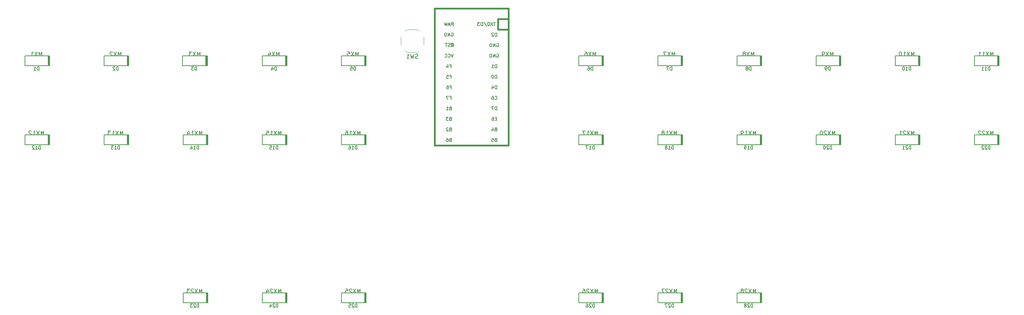
<source format=gbo>
G04 #@! TF.GenerationSoftware,KiCad,Pcbnew,(6.0.0-0)*
G04 #@! TF.CreationDate,2022-03-08T07:19:15-08:00*
G04 #@! TF.ProjectId,unisplit_orthosteno,756e6973-706c-4697-945f-6f7274686f73,rev?*
G04 #@! TF.SameCoordinates,Original*
G04 #@! TF.FileFunction,Legend,Bot*
G04 #@! TF.FilePolarity,Positive*
%FSLAX46Y46*%
G04 Gerber Fmt 4.6, Leading zero omitted, Abs format (unit mm)*
G04 Created by KiCad (PCBNEW (6.0.0-0)) date 2022-03-08 07:19:15*
%MOMM*%
%LPD*%
G01*
G04 APERTURE LIST*
G04 Aperture macros list*
%AMHorizOval*
0 Thick line with rounded ends*
0 $1 width*
0 $2 $3 position (X,Y) of the first rounded end (center of the circle)*
0 $4 $5 position (X,Y) of the second rounded end (center of the circle)*
0 Add line between two ends*
20,1,$1,$2,$3,$4,$5,0*
0 Add two circle primitives to create the rounded ends*
1,1,$1,$2,$3*
1,1,$1,$4,$5*%
G04 Aperture macros list end*
%ADD10C,0.150000*%
%ADD11C,0.200000*%
%ADD12C,0.381000*%
%ADD13C,0.120000*%
%ADD14R,1.752600X1.752600*%
%ADD15C,1.752600*%
%ADD16C,1.700000*%
%ADD17C,3.987800*%
%ADD18C,1.200000*%
%ADD19C,1.750000*%
%ADD20HorizOval,2.250000X0.019771X0.290016X-0.019771X-0.290016X0*%
%ADD21C,2.000000*%
%ADD22C,2.250000*%
%ADD23HorizOval,2.250000X0.654995X0.730004X-0.654995X-0.730004X0*%
%ADD24C,3.800000*%
%ADD25R,1.200000X1.400000*%
%ADD26R,1.700000X1.000000*%
G04 APERTURE END LIST*
D10*
X38591964Y-73477380D02*
X38591964Y-72477380D01*
X38258630Y-73191666D01*
X37925297Y-72477380D01*
X37925297Y-73477380D01*
X37544345Y-72477380D02*
X36877678Y-73477380D01*
X36877678Y-72477380D02*
X37544345Y-73477380D01*
X35972916Y-73477380D02*
X36544345Y-73477380D01*
X36258630Y-73477380D02*
X36258630Y-72477380D01*
X36353869Y-72620238D01*
X36449107Y-72715476D01*
X36544345Y-72763095D01*
X57641964Y-73477380D02*
X57641964Y-72477380D01*
X57308630Y-73191666D01*
X56975297Y-72477380D01*
X56975297Y-73477380D01*
X56594345Y-72477380D02*
X55927678Y-73477380D01*
X55927678Y-72477380D02*
X56594345Y-73477380D01*
X55594345Y-72572619D02*
X55546726Y-72525000D01*
X55451488Y-72477380D01*
X55213392Y-72477380D01*
X55118154Y-72525000D01*
X55070535Y-72572619D01*
X55022916Y-72667857D01*
X55022916Y-72763095D01*
X55070535Y-72905952D01*
X55641964Y-73477380D01*
X55022916Y-73477380D01*
X76691964Y-73477380D02*
X76691964Y-72477380D01*
X76358630Y-73191666D01*
X76025297Y-72477380D01*
X76025297Y-73477380D01*
X75644345Y-72477380D02*
X74977678Y-73477380D01*
X74977678Y-72477380D02*
X75644345Y-73477380D01*
X74691964Y-72477380D02*
X74072916Y-72477380D01*
X74406250Y-72858333D01*
X74263392Y-72858333D01*
X74168154Y-72905952D01*
X74120535Y-72953571D01*
X74072916Y-73048809D01*
X74072916Y-73286904D01*
X74120535Y-73382142D01*
X74168154Y-73429761D01*
X74263392Y-73477380D01*
X74549107Y-73477380D01*
X74644345Y-73429761D01*
X74691964Y-73382142D01*
X95741964Y-73477380D02*
X95741964Y-72477380D01*
X95408630Y-73191666D01*
X95075297Y-72477380D01*
X95075297Y-73477380D01*
X94694345Y-72477380D02*
X94027678Y-73477380D01*
X94027678Y-72477380D02*
X94694345Y-73477380D01*
X93218154Y-72810714D02*
X93218154Y-73477380D01*
X93456250Y-72429761D02*
X93694345Y-73144047D01*
X93075297Y-73144047D01*
X114791964Y-73477380D02*
X114791964Y-72477380D01*
X114458630Y-73191666D01*
X114125297Y-72477380D01*
X114125297Y-73477380D01*
X113744345Y-72477380D02*
X113077678Y-73477380D01*
X113077678Y-72477380D02*
X113744345Y-73477380D01*
X112220535Y-72477380D02*
X112696726Y-72477380D01*
X112744345Y-72953571D01*
X112696726Y-72905952D01*
X112601488Y-72858333D01*
X112363392Y-72858333D01*
X112268154Y-72905952D01*
X112220535Y-72953571D01*
X112172916Y-73048809D01*
X112172916Y-73286904D01*
X112220535Y-73382142D01*
X112268154Y-73429761D01*
X112363392Y-73477380D01*
X112601488Y-73477380D01*
X112696726Y-73429761D01*
X112744345Y-73382142D01*
X171941964Y-73477380D02*
X171941964Y-72477380D01*
X171608630Y-73191666D01*
X171275297Y-72477380D01*
X171275297Y-73477380D01*
X170894345Y-72477380D02*
X170227678Y-73477380D01*
X170227678Y-72477380D02*
X170894345Y-73477380D01*
X169418154Y-72477380D02*
X169608630Y-72477380D01*
X169703869Y-72525000D01*
X169751488Y-72572619D01*
X169846726Y-72715476D01*
X169894345Y-72905952D01*
X169894345Y-73286904D01*
X169846726Y-73382142D01*
X169799107Y-73429761D01*
X169703869Y-73477380D01*
X169513392Y-73477380D01*
X169418154Y-73429761D01*
X169370535Y-73382142D01*
X169322916Y-73286904D01*
X169322916Y-73048809D01*
X169370535Y-72953571D01*
X169418154Y-72905952D01*
X169513392Y-72858333D01*
X169703869Y-72858333D01*
X169799107Y-72905952D01*
X169846726Y-72953571D01*
X169894345Y-73048809D01*
X190991964Y-73477380D02*
X190991964Y-72477380D01*
X190658630Y-73191666D01*
X190325297Y-72477380D01*
X190325297Y-73477380D01*
X189944345Y-72477380D02*
X189277678Y-73477380D01*
X189277678Y-72477380D02*
X189944345Y-73477380D01*
X188991964Y-72477380D02*
X188325297Y-72477380D01*
X188753869Y-73477380D01*
X210041964Y-73477380D02*
X210041964Y-72477380D01*
X209708630Y-73191666D01*
X209375297Y-72477380D01*
X209375297Y-73477380D01*
X208994345Y-72477380D02*
X208327678Y-73477380D01*
X208327678Y-72477380D02*
X208994345Y-73477380D01*
X207803869Y-72905952D02*
X207899107Y-72858333D01*
X207946726Y-72810714D01*
X207994345Y-72715476D01*
X207994345Y-72667857D01*
X207946726Y-72572619D01*
X207899107Y-72525000D01*
X207803869Y-72477380D01*
X207613392Y-72477380D01*
X207518154Y-72525000D01*
X207470535Y-72572619D01*
X207422916Y-72667857D01*
X207422916Y-72715476D01*
X207470535Y-72810714D01*
X207518154Y-72858333D01*
X207613392Y-72905952D01*
X207803869Y-72905952D01*
X207899107Y-72953571D01*
X207946726Y-73001190D01*
X207994345Y-73096428D01*
X207994345Y-73286904D01*
X207946726Y-73382142D01*
X207899107Y-73429761D01*
X207803869Y-73477380D01*
X207613392Y-73477380D01*
X207518154Y-73429761D01*
X207470535Y-73382142D01*
X207422916Y-73286904D01*
X207422916Y-73096428D01*
X207470535Y-73001190D01*
X207518154Y-72953571D01*
X207613392Y-72905952D01*
X229091964Y-73477380D02*
X229091964Y-72477380D01*
X228758630Y-73191666D01*
X228425297Y-72477380D01*
X228425297Y-73477380D01*
X228044345Y-72477380D02*
X227377678Y-73477380D01*
X227377678Y-72477380D02*
X228044345Y-73477380D01*
X226949107Y-73477380D02*
X226758630Y-73477380D01*
X226663392Y-73429761D01*
X226615773Y-73382142D01*
X226520535Y-73239285D01*
X226472916Y-73048809D01*
X226472916Y-72667857D01*
X226520535Y-72572619D01*
X226568154Y-72525000D01*
X226663392Y-72477380D01*
X226853869Y-72477380D01*
X226949107Y-72525000D01*
X226996726Y-72572619D01*
X227044345Y-72667857D01*
X227044345Y-72905952D01*
X226996726Y-73001190D01*
X226949107Y-73048809D01*
X226853869Y-73096428D01*
X226663392Y-73096428D01*
X226568154Y-73048809D01*
X226520535Y-73001190D01*
X226472916Y-72905952D01*
X248618154Y-73477380D02*
X248618154Y-72477380D01*
X248284821Y-73191666D01*
X247951488Y-72477380D01*
X247951488Y-73477380D01*
X247570535Y-72477380D02*
X246903869Y-73477380D01*
X246903869Y-72477380D02*
X247570535Y-73477380D01*
X245999107Y-73477380D02*
X246570535Y-73477380D01*
X246284821Y-73477380D02*
X246284821Y-72477380D01*
X246380059Y-72620238D01*
X246475297Y-72715476D01*
X246570535Y-72763095D01*
X245380059Y-72477380D02*
X245284821Y-72477380D01*
X245189583Y-72525000D01*
X245141964Y-72572619D01*
X245094345Y-72667857D01*
X245046726Y-72858333D01*
X245046726Y-73096428D01*
X245094345Y-73286904D01*
X245141964Y-73382142D01*
X245189583Y-73429761D01*
X245284821Y-73477380D01*
X245380059Y-73477380D01*
X245475297Y-73429761D01*
X245522916Y-73382142D01*
X245570535Y-73286904D01*
X245618154Y-73096428D01*
X245618154Y-72858333D01*
X245570535Y-72667857D01*
X245522916Y-72572619D01*
X245475297Y-72525000D01*
X245380059Y-72477380D01*
X267668154Y-73477380D02*
X267668154Y-72477380D01*
X267334821Y-73191666D01*
X267001488Y-72477380D01*
X267001488Y-73477380D01*
X266620535Y-72477380D02*
X265953869Y-73477380D01*
X265953869Y-72477380D02*
X266620535Y-73477380D01*
X265049107Y-73477380D02*
X265620535Y-73477380D01*
X265334821Y-73477380D02*
X265334821Y-72477380D01*
X265430059Y-72620238D01*
X265525297Y-72715476D01*
X265620535Y-72763095D01*
X264096726Y-73477380D02*
X264668154Y-73477380D01*
X264382440Y-73477380D02*
X264382440Y-72477380D01*
X264477678Y-72620238D01*
X264572916Y-72715476D01*
X264668154Y-72763095D01*
X39068154Y-92527380D02*
X39068154Y-91527380D01*
X38734821Y-92241666D01*
X38401488Y-91527380D01*
X38401488Y-92527380D01*
X38020535Y-91527380D02*
X37353869Y-92527380D01*
X37353869Y-91527380D02*
X38020535Y-92527380D01*
X36449107Y-92527380D02*
X37020535Y-92527380D01*
X36734821Y-92527380D02*
X36734821Y-91527380D01*
X36830059Y-91670238D01*
X36925297Y-91765476D01*
X37020535Y-91813095D01*
X36068154Y-91622619D02*
X36020535Y-91575000D01*
X35925297Y-91527380D01*
X35687202Y-91527380D01*
X35591964Y-91575000D01*
X35544345Y-91622619D01*
X35496726Y-91717857D01*
X35496726Y-91813095D01*
X35544345Y-91955952D01*
X36115773Y-92527380D01*
X35496726Y-92527380D01*
X58118154Y-92527380D02*
X58118154Y-91527380D01*
X57784821Y-92241666D01*
X57451488Y-91527380D01*
X57451488Y-92527380D01*
X57070535Y-91527380D02*
X56403869Y-92527380D01*
X56403869Y-91527380D02*
X57070535Y-92527380D01*
X55499107Y-92527380D02*
X56070535Y-92527380D01*
X55784821Y-92527380D02*
X55784821Y-91527380D01*
X55880059Y-91670238D01*
X55975297Y-91765476D01*
X56070535Y-91813095D01*
X55165773Y-91527380D02*
X54546726Y-91527380D01*
X54880059Y-91908333D01*
X54737202Y-91908333D01*
X54641964Y-91955952D01*
X54594345Y-92003571D01*
X54546726Y-92098809D01*
X54546726Y-92336904D01*
X54594345Y-92432142D01*
X54641964Y-92479761D01*
X54737202Y-92527380D01*
X55022916Y-92527380D01*
X55118154Y-92479761D01*
X55165773Y-92432142D01*
X77168154Y-92527380D02*
X77168154Y-91527380D01*
X76834821Y-92241666D01*
X76501488Y-91527380D01*
X76501488Y-92527380D01*
X76120535Y-91527380D02*
X75453869Y-92527380D01*
X75453869Y-91527380D02*
X76120535Y-92527380D01*
X74549107Y-92527380D02*
X75120535Y-92527380D01*
X74834821Y-92527380D02*
X74834821Y-91527380D01*
X74930059Y-91670238D01*
X75025297Y-91765476D01*
X75120535Y-91813095D01*
X73691964Y-91860714D02*
X73691964Y-92527380D01*
X73930059Y-91479761D02*
X74168154Y-92194047D01*
X73549107Y-92194047D01*
X96218154Y-92527380D02*
X96218154Y-91527380D01*
X95884821Y-92241666D01*
X95551488Y-91527380D01*
X95551488Y-92527380D01*
X95170535Y-91527380D02*
X94503869Y-92527380D01*
X94503869Y-91527380D02*
X95170535Y-92527380D01*
X93599107Y-92527380D02*
X94170535Y-92527380D01*
X93884821Y-92527380D02*
X93884821Y-91527380D01*
X93980059Y-91670238D01*
X94075297Y-91765476D01*
X94170535Y-91813095D01*
X92694345Y-91527380D02*
X93170535Y-91527380D01*
X93218154Y-92003571D01*
X93170535Y-91955952D01*
X93075297Y-91908333D01*
X92837202Y-91908333D01*
X92741964Y-91955952D01*
X92694345Y-92003571D01*
X92646726Y-92098809D01*
X92646726Y-92336904D01*
X92694345Y-92432142D01*
X92741964Y-92479761D01*
X92837202Y-92527380D01*
X93075297Y-92527380D01*
X93170535Y-92479761D01*
X93218154Y-92432142D01*
X115268154Y-92527380D02*
X115268154Y-91527380D01*
X114934821Y-92241666D01*
X114601488Y-91527380D01*
X114601488Y-92527380D01*
X114220535Y-91527380D02*
X113553869Y-92527380D01*
X113553869Y-91527380D02*
X114220535Y-92527380D01*
X112649107Y-92527380D02*
X113220535Y-92527380D01*
X112934821Y-92527380D02*
X112934821Y-91527380D01*
X113030059Y-91670238D01*
X113125297Y-91765476D01*
X113220535Y-91813095D01*
X111791964Y-91527380D02*
X111982440Y-91527380D01*
X112077678Y-91575000D01*
X112125297Y-91622619D01*
X112220535Y-91765476D01*
X112268154Y-91955952D01*
X112268154Y-92336904D01*
X112220535Y-92432142D01*
X112172916Y-92479761D01*
X112077678Y-92527380D01*
X111887202Y-92527380D01*
X111791964Y-92479761D01*
X111744345Y-92432142D01*
X111696726Y-92336904D01*
X111696726Y-92098809D01*
X111744345Y-92003571D01*
X111791964Y-91955952D01*
X111887202Y-91908333D01*
X112077678Y-91908333D01*
X112172916Y-91955952D01*
X112220535Y-92003571D01*
X112268154Y-92098809D01*
X172418154Y-92527380D02*
X172418154Y-91527380D01*
X172084821Y-92241666D01*
X171751488Y-91527380D01*
X171751488Y-92527380D01*
X171370535Y-91527380D02*
X170703869Y-92527380D01*
X170703869Y-91527380D02*
X171370535Y-92527380D01*
X169799107Y-92527380D02*
X170370535Y-92527380D01*
X170084821Y-92527380D02*
X170084821Y-91527380D01*
X170180059Y-91670238D01*
X170275297Y-91765476D01*
X170370535Y-91813095D01*
X169465773Y-91527380D02*
X168799107Y-91527380D01*
X169227678Y-92527380D01*
X191468154Y-92527380D02*
X191468154Y-91527380D01*
X191134821Y-92241666D01*
X190801488Y-91527380D01*
X190801488Y-92527380D01*
X190420535Y-91527380D02*
X189753869Y-92527380D01*
X189753869Y-91527380D02*
X190420535Y-92527380D01*
X188849107Y-92527380D02*
X189420535Y-92527380D01*
X189134821Y-92527380D02*
X189134821Y-91527380D01*
X189230059Y-91670238D01*
X189325297Y-91765476D01*
X189420535Y-91813095D01*
X188277678Y-91955952D02*
X188372916Y-91908333D01*
X188420535Y-91860714D01*
X188468154Y-91765476D01*
X188468154Y-91717857D01*
X188420535Y-91622619D01*
X188372916Y-91575000D01*
X188277678Y-91527380D01*
X188087202Y-91527380D01*
X187991964Y-91575000D01*
X187944345Y-91622619D01*
X187896726Y-91717857D01*
X187896726Y-91765476D01*
X187944345Y-91860714D01*
X187991964Y-91908333D01*
X188087202Y-91955952D01*
X188277678Y-91955952D01*
X188372916Y-92003571D01*
X188420535Y-92051190D01*
X188468154Y-92146428D01*
X188468154Y-92336904D01*
X188420535Y-92432142D01*
X188372916Y-92479761D01*
X188277678Y-92527380D01*
X188087202Y-92527380D01*
X187991964Y-92479761D01*
X187944345Y-92432142D01*
X187896726Y-92336904D01*
X187896726Y-92146428D01*
X187944345Y-92051190D01*
X187991964Y-92003571D01*
X188087202Y-91955952D01*
X210518154Y-92527380D02*
X210518154Y-91527380D01*
X210184821Y-92241666D01*
X209851488Y-91527380D01*
X209851488Y-92527380D01*
X209470535Y-91527380D02*
X208803869Y-92527380D01*
X208803869Y-91527380D02*
X209470535Y-92527380D01*
X207899107Y-92527380D02*
X208470535Y-92527380D01*
X208184821Y-92527380D02*
X208184821Y-91527380D01*
X208280059Y-91670238D01*
X208375297Y-91765476D01*
X208470535Y-91813095D01*
X207422916Y-92527380D02*
X207232440Y-92527380D01*
X207137202Y-92479761D01*
X207089583Y-92432142D01*
X206994345Y-92289285D01*
X206946726Y-92098809D01*
X206946726Y-91717857D01*
X206994345Y-91622619D01*
X207041964Y-91575000D01*
X207137202Y-91527380D01*
X207327678Y-91527380D01*
X207422916Y-91575000D01*
X207470535Y-91622619D01*
X207518154Y-91717857D01*
X207518154Y-91955952D01*
X207470535Y-92051190D01*
X207422916Y-92098809D01*
X207327678Y-92146428D01*
X207137202Y-92146428D01*
X207041964Y-92098809D01*
X206994345Y-92051190D01*
X206946726Y-91955952D01*
X229568154Y-92527380D02*
X229568154Y-91527380D01*
X229234821Y-92241666D01*
X228901488Y-91527380D01*
X228901488Y-92527380D01*
X228520535Y-91527380D02*
X227853869Y-92527380D01*
X227853869Y-91527380D02*
X228520535Y-92527380D01*
X227520535Y-91622619D02*
X227472916Y-91575000D01*
X227377678Y-91527380D01*
X227139583Y-91527380D01*
X227044345Y-91575000D01*
X226996726Y-91622619D01*
X226949107Y-91717857D01*
X226949107Y-91813095D01*
X226996726Y-91955952D01*
X227568154Y-92527380D01*
X226949107Y-92527380D01*
X226330059Y-91527380D02*
X226234821Y-91527380D01*
X226139583Y-91575000D01*
X226091964Y-91622619D01*
X226044345Y-91717857D01*
X225996726Y-91908333D01*
X225996726Y-92146428D01*
X226044345Y-92336904D01*
X226091964Y-92432142D01*
X226139583Y-92479761D01*
X226234821Y-92527380D01*
X226330059Y-92527380D01*
X226425297Y-92479761D01*
X226472916Y-92432142D01*
X226520535Y-92336904D01*
X226568154Y-92146428D01*
X226568154Y-91908333D01*
X226520535Y-91717857D01*
X226472916Y-91622619D01*
X226425297Y-91575000D01*
X226330059Y-91527380D01*
X248618154Y-92527380D02*
X248618154Y-91527380D01*
X248284821Y-92241666D01*
X247951488Y-91527380D01*
X247951488Y-92527380D01*
X247570535Y-91527380D02*
X246903869Y-92527380D01*
X246903869Y-91527380D02*
X247570535Y-92527380D01*
X246570535Y-91622619D02*
X246522916Y-91575000D01*
X246427678Y-91527380D01*
X246189583Y-91527380D01*
X246094345Y-91575000D01*
X246046726Y-91622619D01*
X245999107Y-91717857D01*
X245999107Y-91813095D01*
X246046726Y-91955952D01*
X246618154Y-92527380D01*
X245999107Y-92527380D01*
X245046726Y-92527380D02*
X245618154Y-92527380D01*
X245332440Y-92527380D02*
X245332440Y-91527380D01*
X245427678Y-91670238D01*
X245522916Y-91765476D01*
X245618154Y-91813095D01*
X267668154Y-92527380D02*
X267668154Y-91527380D01*
X267334821Y-92241666D01*
X267001488Y-91527380D01*
X267001488Y-92527380D01*
X266620535Y-91527380D02*
X265953869Y-92527380D01*
X265953869Y-91527380D02*
X266620535Y-92527380D01*
X265620535Y-91622619D02*
X265572916Y-91575000D01*
X265477678Y-91527380D01*
X265239583Y-91527380D01*
X265144345Y-91575000D01*
X265096726Y-91622619D01*
X265049107Y-91717857D01*
X265049107Y-91813095D01*
X265096726Y-91955952D01*
X265668154Y-92527380D01*
X265049107Y-92527380D01*
X264668154Y-91622619D02*
X264620535Y-91575000D01*
X264525297Y-91527380D01*
X264287202Y-91527380D01*
X264191964Y-91575000D01*
X264144345Y-91622619D01*
X264096726Y-91717857D01*
X264096726Y-91813095D01*
X264144345Y-91955952D01*
X264715773Y-92527380D01*
X264096726Y-92527380D01*
X77168154Y-130627380D02*
X77168154Y-129627380D01*
X76834821Y-130341666D01*
X76501488Y-129627380D01*
X76501488Y-130627380D01*
X76120535Y-129627380D02*
X75453869Y-130627380D01*
X75453869Y-129627380D02*
X76120535Y-130627380D01*
X75120535Y-129722619D02*
X75072916Y-129675000D01*
X74977678Y-129627380D01*
X74739583Y-129627380D01*
X74644345Y-129675000D01*
X74596726Y-129722619D01*
X74549107Y-129817857D01*
X74549107Y-129913095D01*
X74596726Y-130055952D01*
X75168154Y-130627380D01*
X74549107Y-130627380D01*
X74215773Y-129627380D02*
X73596726Y-129627380D01*
X73930059Y-130008333D01*
X73787202Y-130008333D01*
X73691964Y-130055952D01*
X73644345Y-130103571D01*
X73596726Y-130198809D01*
X73596726Y-130436904D01*
X73644345Y-130532142D01*
X73691964Y-130579761D01*
X73787202Y-130627380D01*
X74072916Y-130627380D01*
X74168154Y-130579761D01*
X74215773Y-130532142D01*
X96218154Y-130627380D02*
X96218154Y-129627380D01*
X95884821Y-130341666D01*
X95551488Y-129627380D01*
X95551488Y-130627380D01*
X95170535Y-129627380D02*
X94503869Y-130627380D01*
X94503869Y-129627380D02*
X95170535Y-130627380D01*
X94170535Y-129722619D02*
X94122916Y-129675000D01*
X94027678Y-129627380D01*
X93789583Y-129627380D01*
X93694345Y-129675000D01*
X93646726Y-129722619D01*
X93599107Y-129817857D01*
X93599107Y-129913095D01*
X93646726Y-130055952D01*
X94218154Y-130627380D01*
X93599107Y-130627380D01*
X92741964Y-129960714D02*
X92741964Y-130627380D01*
X92980059Y-129579761D02*
X93218154Y-130294047D01*
X92599107Y-130294047D01*
X172418154Y-130627380D02*
X172418154Y-129627380D01*
X172084821Y-130341666D01*
X171751488Y-129627380D01*
X171751488Y-130627380D01*
X171370535Y-129627380D02*
X170703869Y-130627380D01*
X170703869Y-129627380D02*
X171370535Y-130627380D01*
X170370535Y-129722619D02*
X170322916Y-129675000D01*
X170227678Y-129627380D01*
X169989583Y-129627380D01*
X169894345Y-129675000D01*
X169846726Y-129722619D01*
X169799107Y-129817857D01*
X169799107Y-129913095D01*
X169846726Y-130055952D01*
X170418154Y-130627380D01*
X169799107Y-130627380D01*
X168941964Y-129627380D02*
X169132440Y-129627380D01*
X169227678Y-129675000D01*
X169275297Y-129722619D01*
X169370535Y-129865476D01*
X169418154Y-130055952D01*
X169418154Y-130436904D01*
X169370535Y-130532142D01*
X169322916Y-130579761D01*
X169227678Y-130627380D01*
X169037202Y-130627380D01*
X168941964Y-130579761D01*
X168894345Y-130532142D01*
X168846726Y-130436904D01*
X168846726Y-130198809D01*
X168894345Y-130103571D01*
X168941964Y-130055952D01*
X169037202Y-130008333D01*
X169227678Y-130008333D01*
X169322916Y-130055952D01*
X169370535Y-130103571D01*
X169418154Y-130198809D01*
X191468154Y-130627380D02*
X191468154Y-129627380D01*
X191134821Y-130341666D01*
X190801488Y-129627380D01*
X190801488Y-130627380D01*
X190420535Y-129627380D02*
X189753869Y-130627380D01*
X189753869Y-129627380D02*
X190420535Y-130627380D01*
X189420535Y-129722619D02*
X189372916Y-129675000D01*
X189277678Y-129627380D01*
X189039583Y-129627380D01*
X188944345Y-129675000D01*
X188896726Y-129722619D01*
X188849107Y-129817857D01*
X188849107Y-129913095D01*
X188896726Y-130055952D01*
X189468154Y-130627380D01*
X188849107Y-130627380D01*
X188515773Y-129627380D02*
X187849107Y-129627380D01*
X188277678Y-130627380D01*
X115268154Y-130627380D02*
X115268154Y-129627380D01*
X114934821Y-130341666D01*
X114601488Y-129627380D01*
X114601488Y-130627380D01*
X114220535Y-129627380D02*
X113553869Y-130627380D01*
X113553869Y-129627380D02*
X114220535Y-130627380D01*
X113220535Y-129722619D02*
X113172916Y-129675000D01*
X113077678Y-129627380D01*
X112839583Y-129627380D01*
X112744345Y-129675000D01*
X112696726Y-129722619D01*
X112649107Y-129817857D01*
X112649107Y-129913095D01*
X112696726Y-130055952D01*
X113268154Y-130627380D01*
X112649107Y-130627380D01*
X111744345Y-129627380D02*
X112220535Y-129627380D01*
X112268154Y-130103571D01*
X112220535Y-130055952D01*
X112125297Y-130008333D01*
X111887202Y-130008333D01*
X111791964Y-130055952D01*
X111744345Y-130103571D01*
X111696726Y-130198809D01*
X111696726Y-130436904D01*
X111744345Y-130532142D01*
X111791964Y-130579761D01*
X111887202Y-130627380D01*
X112125297Y-130627380D01*
X112220535Y-130579761D01*
X112268154Y-130532142D01*
X210518154Y-130627380D02*
X210518154Y-129627380D01*
X210184821Y-130341666D01*
X209851488Y-129627380D01*
X209851488Y-130627380D01*
X209470535Y-129627380D02*
X208803869Y-130627380D01*
X208803869Y-129627380D02*
X209470535Y-130627380D01*
X208470535Y-129722619D02*
X208422916Y-129675000D01*
X208327678Y-129627380D01*
X208089583Y-129627380D01*
X207994345Y-129675000D01*
X207946726Y-129722619D01*
X207899107Y-129817857D01*
X207899107Y-129913095D01*
X207946726Y-130055952D01*
X208518154Y-130627380D01*
X207899107Y-130627380D01*
X207327678Y-130055952D02*
X207422916Y-130008333D01*
X207470535Y-129960714D01*
X207518154Y-129865476D01*
X207518154Y-129817857D01*
X207470535Y-129722619D01*
X207422916Y-129675000D01*
X207327678Y-129627380D01*
X207137202Y-129627380D01*
X207041964Y-129675000D01*
X206994345Y-129722619D01*
X206946726Y-129817857D01*
X206946726Y-129865476D01*
X206994345Y-129960714D01*
X207041964Y-130008333D01*
X207137202Y-130055952D01*
X207327678Y-130055952D01*
X207422916Y-130103571D01*
X207470535Y-130151190D01*
X207518154Y-130246428D01*
X207518154Y-130436904D01*
X207470535Y-130532142D01*
X207422916Y-130579761D01*
X207327678Y-130627380D01*
X207137202Y-130627380D01*
X207041964Y-130579761D01*
X206994345Y-130532142D01*
X206946726Y-130436904D01*
X206946726Y-130246428D01*
X206994345Y-130151190D01*
X207041964Y-130103571D01*
X207137202Y-130055952D01*
X37896726Y-76899404D02*
X37896726Y-76099404D01*
X37706250Y-76099404D01*
X37591964Y-76137500D01*
X37515773Y-76213690D01*
X37477678Y-76289880D01*
X37439583Y-76442261D01*
X37439583Y-76556547D01*
X37477678Y-76708928D01*
X37515773Y-76785119D01*
X37591964Y-76861309D01*
X37706250Y-76899404D01*
X37896726Y-76899404D01*
X36677678Y-76899404D02*
X37134821Y-76899404D01*
X36906250Y-76899404D02*
X36906250Y-76099404D01*
X36982440Y-76213690D01*
X37058630Y-76289880D01*
X37134821Y-76327976D01*
X56946726Y-76899404D02*
X56946726Y-76099404D01*
X56756250Y-76099404D01*
X56641964Y-76137500D01*
X56565773Y-76213690D01*
X56527678Y-76289880D01*
X56489583Y-76442261D01*
X56489583Y-76556547D01*
X56527678Y-76708928D01*
X56565773Y-76785119D01*
X56641964Y-76861309D01*
X56756250Y-76899404D01*
X56946726Y-76899404D01*
X56184821Y-76175595D02*
X56146726Y-76137500D01*
X56070535Y-76099404D01*
X55880059Y-76099404D01*
X55803869Y-76137500D01*
X55765773Y-76175595D01*
X55727678Y-76251785D01*
X55727678Y-76327976D01*
X55765773Y-76442261D01*
X56222916Y-76899404D01*
X55727678Y-76899404D01*
X75884226Y-76899404D02*
X75884226Y-76099404D01*
X75693750Y-76099404D01*
X75579464Y-76137500D01*
X75503273Y-76213690D01*
X75465178Y-76289880D01*
X75427083Y-76442261D01*
X75427083Y-76556547D01*
X75465178Y-76708928D01*
X75503273Y-76785119D01*
X75579464Y-76861309D01*
X75693750Y-76899404D01*
X75884226Y-76899404D01*
X75160416Y-76099404D02*
X74665178Y-76099404D01*
X74931845Y-76404166D01*
X74817559Y-76404166D01*
X74741369Y-76442261D01*
X74703273Y-76480357D01*
X74665178Y-76556547D01*
X74665178Y-76747023D01*
X74703273Y-76823214D01*
X74741369Y-76861309D01*
X74817559Y-76899404D01*
X75046130Y-76899404D01*
X75122321Y-76861309D01*
X75160416Y-76823214D01*
X95046726Y-76899404D02*
X95046726Y-76099404D01*
X94856250Y-76099404D01*
X94741964Y-76137500D01*
X94665773Y-76213690D01*
X94627678Y-76289880D01*
X94589583Y-76442261D01*
X94589583Y-76556547D01*
X94627678Y-76708928D01*
X94665773Y-76785119D01*
X94741964Y-76861309D01*
X94856250Y-76899404D01*
X95046726Y-76899404D01*
X93903869Y-76366071D02*
X93903869Y-76899404D01*
X94094345Y-76061309D02*
X94284821Y-76632738D01*
X93789583Y-76632738D01*
X114096726Y-76899404D02*
X114096726Y-76099404D01*
X113906250Y-76099404D01*
X113791964Y-76137500D01*
X113715773Y-76213690D01*
X113677678Y-76289880D01*
X113639583Y-76442261D01*
X113639583Y-76556547D01*
X113677678Y-76708928D01*
X113715773Y-76785119D01*
X113791964Y-76861309D01*
X113906250Y-76899404D01*
X114096726Y-76899404D01*
X112915773Y-76099404D02*
X113296726Y-76099404D01*
X113334821Y-76480357D01*
X113296726Y-76442261D01*
X113220535Y-76404166D01*
X113030059Y-76404166D01*
X112953869Y-76442261D01*
X112915773Y-76480357D01*
X112877678Y-76556547D01*
X112877678Y-76747023D01*
X112915773Y-76823214D01*
X112953869Y-76861309D01*
X113030059Y-76899404D01*
X113220535Y-76899404D01*
X113296726Y-76861309D01*
X113334821Y-76823214D01*
X171246726Y-76899404D02*
X171246726Y-76099404D01*
X171056250Y-76099404D01*
X170941964Y-76137500D01*
X170865773Y-76213690D01*
X170827678Y-76289880D01*
X170789583Y-76442261D01*
X170789583Y-76556547D01*
X170827678Y-76708928D01*
X170865773Y-76785119D01*
X170941964Y-76861309D01*
X171056250Y-76899404D01*
X171246726Y-76899404D01*
X170103869Y-76099404D02*
X170256250Y-76099404D01*
X170332440Y-76137500D01*
X170370535Y-76175595D01*
X170446726Y-76289880D01*
X170484821Y-76442261D01*
X170484821Y-76747023D01*
X170446726Y-76823214D01*
X170408630Y-76861309D01*
X170332440Y-76899404D01*
X170180059Y-76899404D01*
X170103869Y-76861309D01*
X170065773Y-76823214D01*
X170027678Y-76747023D01*
X170027678Y-76556547D01*
X170065773Y-76480357D01*
X170103869Y-76442261D01*
X170180059Y-76404166D01*
X170332440Y-76404166D01*
X170408630Y-76442261D01*
X170446726Y-76480357D01*
X170484821Y-76556547D01*
X190296726Y-76899404D02*
X190296726Y-76099404D01*
X190106250Y-76099404D01*
X189991964Y-76137500D01*
X189915773Y-76213690D01*
X189877678Y-76289880D01*
X189839583Y-76442261D01*
X189839583Y-76556547D01*
X189877678Y-76708928D01*
X189915773Y-76785119D01*
X189991964Y-76861309D01*
X190106250Y-76899404D01*
X190296726Y-76899404D01*
X189572916Y-76099404D02*
X189039583Y-76099404D01*
X189382440Y-76899404D01*
X209346726Y-76899404D02*
X209346726Y-76099404D01*
X209156250Y-76099404D01*
X209041964Y-76137500D01*
X208965773Y-76213690D01*
X208927678Y-76289880D01*
X208889583Y-76442261D01*
X208889583Y-76556547D01*
X208927678Y-76708928D01*
X208965773Y-76785119D01*
X209041964Y-76861309D01*
X209156250Y-76899404D01*
X209346726Y-76899404D01*
X208432440Y-76442261D02*
X208508630Y-76404166D01*
X208546726Y-76366071D01*
X208584821Y-76289880D01*
X208584821Y-76251785D01*
X208546726Y-76175595D01*
X208508630Y-76137500D01*
X208432440Y-76099404D01*
X208280059Y-76099404D01*
X208203869Y-76137500D01*
X208165773Y-76175595D01*
X208127678Y-76251785D01*
X208127678Y-76289880D01*
X208165773Y-76366071D01*
X208203869Y-76404166D01*
X208280059Y-76442261D01*
X208432440Y-76442261D01*
X208508630Y-76480357D01*
X208546726Y-76518452D01*
X208584821Y-76594642D01*
X208584821Y-76747023D01*
X208546726Y-76823214D01*
X208508630Y-76861309D01*
X208432440Y-76899404D01*
X208280059Y-76899404D01*
X208203869Y-76861309D01*
X208165773Y-76823214D01*
X208127678Y-76747023D01*
X208127678Y-76594642D01*
X208165773Y-76518452D01*
X208203869Y-76480357D01*
X208280059Y-76442261D01*
X228396726Y-76899404D02*
X228396726Y-76099404D01*
X228206250Y-76099404D01*
X228091964Y-76137500D01*
X228015773Y-76213690D01*
X227977678Y-76289880D01*
X227939583Y-76442261D01*
X227939583Y-76556547D01*
X227977678Y-76708928D01*
X228015773Y-76785119D01*
X228091964Y-76861309D01*
X228206250Y-76899404D01*
X228396726Y-76899404D01*
X227558630Y-76899404D02*
X227406250Y-76899404D01*
X227330059Y-76861309D01*
X227291964Y-76823214D01*
X227215773Y-76708928D01*
X227177678Y-76556547D01*
X227177678Y-76251785D01*
X227215773Y-76175595D01*
X227253869Y-76137500D01*
X227330059Y-76099404D01*
X227482440Y-76099404D01*
X227558630Y-76137500D01*
X227596726Y-76175595D01*
X227634821Y-76251785D01*
X227634821Y-76442261D01*
X227596726Y-76518452D01*
X227558630Y-76556547D01*
X227482440Y-76594642D01*
X227330059Y-76594642D01*
X227253869Y-76556547D01*
X227215773Y-76518452D01*
X227177678Y-76442261D01*
X247827678Y-76899404D02*
X247827678Y-76099404D01*
X247637202Y-76099404D01*
X247522916Y-76137500D01*
X247446726Y-76213690D01*
X247408630Y-76289880D01*
X247370535Y-76442261D01*
X247370535Y-76556547D01*
X247408630Y-76708928D01*
X247446726Y-76785119D01*
X247522916Y-76861309D01*
X247637202Y-76899404D01*
X247827678Y-76899404D01*
X246608630Y-76899404D02*
X247065773Y-76899404D01*
X246837202Y-76899404D02*
X246837202Y-76099404D01*
X246913392Y-76213690D01*
X246989583Y-76289880D01*
X247065773Y-76327976D01*
X246113392Y-76099404D02*
X246037202Y-76099404D01*
X245961011Y-76137500D01*
X245922916Y-76175595D01*
X245884821Y-76251785D01*
X245846726Y-76404166D01*
X245846726Y-76594642D01*
X245884821Y-76747023D01*
X245922916Y-76823214D01*
X245961011Y-76861309D01*
X246037202Y-76899404D01*
X246113392Y-76899404D01*
X246189583Y-76861309D01*
X246227678Y-76823214D01*
X246265773Y-76747023D01*
X246303869Y-76594642D01*
X246303869Y-76404166D01*
X246265773Y-76251785D01*
X246227678Y-76175595D01*
X246189583Y-76137500D01*
X246113392Y-76099404D01*
X266877678Y-76899404D02*
X266877678Y-76099404D01*
X266687202Y-76099404D01*
X266572916Y-76137500D01*
X266496726Y-76213690D01*
X266458630Y-76289880D01*
X266420535Y-76442261D01*
X266420535Y-76556547D01*
X266458630Y-76708928D01*
X266496726Y-76785119D01*
X266572916Y-76861309D01*
X266687202Y-76899404D01*
X266877678Y-76899404D01*
X265658630Y-76899404D02*
X266115773Y-76899404D01*
X265887202Y-76899404D02*
X265887202Y-76099404D01*
X265963392Y-76213690D01*
X266039583Y-76289880D01*
X266115773Y-76327976D01*
X264896726Y-76899404D02*
X265353869Y-76899404D01*
X265125297Y-76899404D02*
X265125297Y-76099404D01*
X265201488Y-76213690D01*
X265277678Y-76289880D01*
X265353869Y-76327976D01*
X38277678Y-95949404D02*
X38277678Y-95149404D01*
X38087202Y-95149404D01*
X37972916Y-95187500D01*
X37896726Y-95263690D01*
X37858630Y-95339880D01*
X37820535Y-95492261D01*
X37820535Y-95606547D01*
X37858630Y-95758928D01*
X37896726Y-95835119D01*
X37972916Y-95911309D01*
X38087202Y-95949404D01*
X38277678Y-95949404D01*
X37058630Y-95949404D02*
X37515773Y-95949404D01*
X37287202Y-95949404D02*
X37287202Y-95149404D01*
X37363392Y-95263690D01*
X37439583Y-95339880D01*
X37515773Y-95377976D01*
X36753869Y-95225595D02*
X36715773Y-95187500D01*
X36639583Y-95149404D01*
X36449107Y-95149404D01*
X36372916Y-95187500D01*
X36334821Y-95225595D01*
X36296726Y-95301785D01*
X36296726Y-95377976D01*
X36334821Y-95492261D01*
X36791964Y-95949404D01*
X36296726Y-95949404D01*
X57327678Y-95949404D02*
X57327678Y-95149404D01*
X57137202Y-95149404D01*
X57022916Y-95187500D01*
X56946726Y-95263690D01*
X56908630Y-95339880D01*
X56870535Y-95492261D01*
X56870535Y-95606547D01*
X56908630Y-95758928D01*
X56946726Y-95835119D01*
X57022916Y-95911309D01*
X57137202Y-95949404D01*
X57327678Y-95949404D01*
X56108630Y-95949404D02*
X56565773Y-95949404D01*
X56337202Y-95949404D02*
X56337202Y-95149404D01*
X56413392Y-95263690D01*
X56489583Y-95339880D01*
X56565773Y-95377976D01*
X55841964Y-95149404D02*
X55346726Y-95149404D01*
X55613392Y-95454166D01*
X55499107Y-95454166D01*
X55422916Y-95492261D01*
X55384821Y-95530357D01*
X55346726Y-95606547D01*
X55346726Y-95797023D01*
X55384821Y-95873214D01*
X55422916Y-95911309D01*
X55499107Y-95949404D01*
X55727678Y-95949404D01*
X55803869Y-95911309D01*
X55841964Y-95873214D01*
X76377678Y-95949404D02*
X76377678Y-95149404D01*
X76187202Y-95149404D01*
X76072916Y-95187500D01*
X75996726Y-95263690D01*
X75958630Y-95339880D01*
X75920535Y-95492261D01*
X75920535Y-95606547D01*
X75958630Y-95758928D01*
X75996726Y-95835119D01*
X76072916Y-95911309D01*
X76187202Y-95949404D01*
X76377678Y-95949404D01*
X75158630Y-95949404D02*
X75615773Y-95949404D01*
X75387202Y-95949404D02*
X75387202Y-95149404D01*
X75463392Y-95263690D01*
X75539583Y-95339880D01*
X75615773Y-95377976D01*
X74472916Y-95416071D02*
X74472916Y-95949404D01*
X74663392Y-95111309D02*
X74853869Y-95682738D01*
X74358630Y-95682738D01*
X95427678Y-95949404D02*
X95427678Y-95149404D01*
X95237202Y-95149404D01*
X95122916Y-95187500D01*
X95046726Y-95263690D01*
X95008630Y-95339880D01*
X94970535Y-95492261D01*
X94970535Y-95606547D01*
X95008630Y-95758928D01*
X95046726Y-95835119D01*
X95122916Y-95911309D01*
X95237202Y-95949404D01*
X95427678Y-95949404D01*
X94208630Y-95949404D02*
X94665773Y-95949404D01*
X94437202Y-95949404D02*
X94437202Y-95149404D01*
X94513392Y-95263690D01*
X94589583Y-95339880D01*
X94665773Y-95377976D01*
X93484821Y-95149404D02*
X93865773Y-95149404D01*
X93903869Y-95530357D01*
X93865773Y-95492261D01*
X93789583Y-95454166D01*
X93599107Y-95454166D01*
X93522916Y-95492261D01*
X93484821Y-95530357D01*
X93446726Y-95606547D01*
X93446726Y-95797023D01*
X93484821Y-95873214D01*
X93522916Y-95911309D01*
X93599107Y-95949404D01*
X93789583Y-95949404D01*
X93865773Y-95911309D01*
X93903869Y-95873214D01*
X114477678Y-95949404D02*
X114477678Y-95149404D01*
X114287202Y-95149404D01*
X114172916Y-95187500D01*
X114096726Y-95263690D01*
X114058630Y-95339880D01*
X114020535Y-95492261D01*
X114020535Y-95606547D01*
X114058630Y-95758928D01*
X114096726Y-95835119D01*
X114172916Y-95911309D01*
X114287202Y-95949404D01*
X114477678Y-95949404D01*
X113258630Y-95949404D02*
X113715773Y-95949404D01*
X113487202Y-95949404D02*
X113487202Y-95149404D01*
X113563392Y-95263690D01*
X113639583Y-95339880D01*
X113715773Y-95377976D01*
X112572916Y-95149404D02*
X112725297Y-95149404D01*
X112801488Y-95187500D01*
X112839583Y-95225595D01*
X112915773Y-95339880D01*
X112953869Y-95492261D01*
X112953869Y-95797023D01*
X112915773Y-95873214D01*
X112877678Y-95911309D01*
X112801488Y-95949404D01*
X112649107Y-95949404D01*
X112572916Y-95911309D01*
X112534821Y-95873214D01*
X112496726Y-95797023D01*
X112496726Y-95606547D01*
X112534821Y-95530357D01*
X112572916Y-95492261D01*
X112649107Y-95454166D01*
X112801488Y-95454166D01*
X112877678Y-95492261D01*
X112915773Y-95530357D01*
X112953869Y-95606547D01*
X171627678Y-95949404D02*
X171627678Y-95149404D01*
X171437202Y-95149404D01*
X171322916Y-95187500D01*
X171246726Y-95263690D01*
X171208630Y-95339880D01*
X171170535Y-95492261D01*
X171170535Y-95606547D01*
X171208630Y-95758928D01*
X171246726Y-95835119D01*
X171322916Y-95911309D01*
X171437202Y-95949404D01*
X171627678Y-95949404D01*
X170408630Y-95949404D02*
X170865773Y-95949404D01*
X170637202Y-95949404D02*
X170637202Y-95149404D01*
X170713392Y-95263690D01*
X170789583Y-95339880D01*
X170865773Y-95377976D01*
X170141964Y-95149404D02*
X169608630Y-95149404D01*
X169951488Y-95949404D01*
X190677678Y-95949404D02*
X190677678Y-95149404D01*
X190487202Y-95149404D01*
X190372916Y-95187500D01*
X190296726Y-95263690D01*
X190258630Y-95339880D01*
X190220535Y-95492261D01*
X190220535Y-95606547D01*
X190258630Y-95758928D01*
X190296726Y-95835119D01*
X190372916Y-95911309D01*
X190487202Y-95949404D01*
X190677678Y-95949404D01*
X189458630Y-95949404D02*
X189915773Y-95949404D01*
X189687202Y-95949404D02*
X189687202Y-95149404D01*
X189763392Y-95263690D01*
X189839583Y-95339880D01*
X189915773Y-95377976D01*
X189001488Y-95492261D02*
X189077678Y-95454166D01*
X189115773Y-95416071D01*
X189153869Y-95339880D01*
X189153869Y-95301785D01*
X189115773Y-95225595D01*
X189077678Y-95187500D01*
X189001488Y-95149404D01*
X188849107Y-95149404D01*
X188772916Y-95187500D01*
X188734821Y-95225595D01*
X188696726Y-95301785D01*
X188696726Y-95339880D01*
X188734821Y-95416071D01*
X188772916Y-95454166D01*
X188849107Y-95492261D01*
X189001488Y-95492261D01*
X189077678Y-95530357D01*
X189115773Y-95568452D01*
X189153869Y-95644642D01*
X189153869Y-95797023D01*
X189115773Y-95873214D01*
X189077678Y-95911309D01*
X189001488Y-95949404D01*
X188849107Y-95949404D01*
X188772916Y-95911309D01*
X188734821Y-95873214D01*
X188696726Y-95797023D01*
X188696726Y-95644642D01*
X188734821Y-95568452D01*
X188772916Y-95530357D01*
X188849107Y-95492261D01*
X209727678Y-95949404D02*
X209727678Y-95149404D01*
X209537202Y-95149404D01*
X209422916Y-95187500D01*
X209346726Y-95263690D01*
X209308630Y-95339880D01*
X209270535Y-95492261D01*
X209270535Y-95606547D01*
X209308630Y-95758928D01*
X209346726Y-95835119D01*
X209422916Y-95911309D01*
X209537202Y-95949404D01*
X209727678Y-95949404D01*
X208508630Y-95949404D02*
X208965773Y-95949404D01*
X208737202Y-95949404D02*
X208737202Y-95149404D01*
X208813392Y-95263690D01*
X208889583Y-95339880D01*
X208965773Y-95377976D01*
X208127678Y-95949404D02*
X207975297Y-95949404D01*
X207899107Y-95911309D01*
X207861011Y-95873214D01*
X207784821Y-95758928D01*
X207746726Y-95606547D01*
X207746726Y-95301785D01*
X207784821Y-95225595D01*
X207822916Y-95187500D01*
X207899107Y-95149404D01*
X208051488Y-95149404D01*
X208127678Y-95187500D01*
X208165773Y-95225595D01*
X208203869Y-95301785D01*
X208203869Y-95492261D01*
X208165773Y-95568452D01*
X208127678Y-95606547D01*
X208051488Y-95644642D01*
X207899107Y-95644642D01*
X207822916Y-95606547D01*
X207784821Y-95568452D01*
X207746726Y-95492261D01*
X228777678Y-95949404D02*
X228777678Y-95149404D01*
X228587202Y-95149404D01*
X228472916Y-95187500D01*
X228396726Y-95263690D01*
X228358630Y-95339880D01*
X228320535Y-95492261D01*
X228320535Y-95606547D01*
X228358630Y-95758928D01*
X228396726Y-95835119D01*
X228472916Y-95911309D01*
X228587202Y-95949404D01*
X228777678Y-95949404D01*
X228015773Y-95225595D02*
X227977678Y-95187500D01*
X227901488Y-95149404D01*
X227711011Y-95149404D01*
X227634821Y-95187500D01*
X227596726Y-95225595D01*
X227558630Y-95301785D01*
X227558630Y-95377976D01*
X227596726Y-95492261D01*
X228053869Y-95949404D01*
X227558630Y-95949404D01*
X227063392Y-95149404D02*
X226987202Y-95149404D01*
X226911011Y-95187500D01*
X226872916Y-95225595D01*
X226834821Y-95301785D01*
X226796726Y-95454166D01*
X226796726Y-95644642D01*
X226834821Y-95797023D01*
X226872916Y-95873214D01*
X226911011Y-95911309D01*
X226987202Y-95949404D01*
X227063392Y-95949404D01*
X227139583Y-95911309D01*
X227177678Y-95873214D01*
X227215773Y-95797023D01*
X227253869Y-95644642D01*
X227253869Y-95454166D01*
X227215773Y-95301785D01*
X227177678Y-95225595D01*
X227139583Y-95187500D01*
X227063392Y-95149404D01*
X247827678Y-95949404D02*
X247827678Y-95149404D01*
X247637202Y-95149404D01*
X247522916Y-95187500D01*
X247446726Y-95263690D01*
X247408630Y-95339880D01*
X247370535Y-95492261D01*
X247370535Y-95606547D01*
X247408630Y-95758928D01*
X247446726Y-95835119D01*
X247522916Y-95911309D01*
X247637202Y-95949404D01*
X247827678Y-95949404D01*
X247065773Y-95225595D02*
X247027678Y-95187500D01*
X246951488Y-95149404D01*
X246761011Y-95149404D01*
X246684821Y-95187500D01*
X246646726Y-95225595D01*
X246608630Y-95301785D01*
X246608630Y-95377976D01*
X246646726Y-95492261D01*
X247103869Y-95949404D01*
X246608630Y-95949404D01*
X245846726Y-95949404D02*
X246303869Y-95949404D01*
X246075297Y-95949404D02*
X246075297Y-95149404D01*
X246151488Y-95263690D01*
X246227678Y-95339880D01*
X246303869Y-95377976D01*
X266877678Y-95949404D02*
X266877678Y-95149404D01*
X266687202Y-95149404D01*
X266572916Y-95187500D01*
X266496726Y-95263690D01*
X266458630Y-95339880D01*
X266420535Y-95492261D01*
X266420535Y-95606547D01*
X266458630Y-95758928D01*
X266496726Y-95835119D01*
X266572916Y-95911309D01*
X266687202Y-95949404D01*
X266877678Y-95949404D01*
X266115773Y-95225595D02*
X266077678Y-95187500D01*
X266001488Y-95149404D01*
X265811011Y-95149404D01*
X265734821Y-95187500D01*
X265696726Y-95225595D01*
X265658630Y-95301785D01*
X265658630Y-95377976D01*
X265696726Y-95492261D01*
X266153869Y-95949404D01*
X265658630Y-95949404D01*
X265353869Y-95225595D02*
X265315773Y-95187500D01*
X265239583Y-95149404D01*
X265049107Y-95149404D01*
X264972916Y-95187500D01*
X264934821Y-95225595D01*
X264896726Y-95301785D01*
X264896726Y-95377976D01*
X264934821Y-95492261D01*
X265391964Y-95949404D01*
X264896726Y-95949404D01*
X76377678Y-134049404D02*
X76377678Y-133249404D01*
X76187202Y-133249404D01*
X76072916Y-133287500D01*
X75996726Y-133363690D01*
X75958630Y-133439880D01*
X75920535Y-133592261D01*
X75920535Y-133706547D01*
X75958630Y-133858928D01*
X75996726Y-133935119D01*
X76072916Y-134011309D01*
X76187202Y-134049404D01*
X76377678Y-134049404D01*
X75615773Y-133325595D02*
X75577678Y-133287500D01*
X75501488Y-133249404D01*
X75311011Y-133249404D01*
X75234821Y-133287500D01*
X75196726Y-133325595D01*
X75158630Y-133401785D01*
X75158630Y-133477976D01*
X75196726Y-133592261D01*
X75653869Y-134049404D01*
X75158630Y-134049404D01*
X74891964Y-133249404D02*
X74396726Y-133249404D01*
X74663392Y-133554166D01*
X74549107Y-133554166D01*
X74472916Y-133592261D01*
X74434821Y-133630357D01*
X74396726Y-133706547D01*
X74396726Y-133897023D01*
X74434821Y-133973214D01*
X74472916Y-134011309D01*
X74549107Y-134049404D01*
X74777678Y-134049404D01*
X74853869Y-134011309D01*
X74891964Y-133973214D01*
X95427678Y-134049404D02*
X95427678Y-133249404D01*
X95237202Y-133249404D01*
X95122916Y-133287500D01*
X95046726Y-133363690D01*
X95008630Y-133439880D01*
X94970535Y-133592261D01*
X94970535Y-133706547D01*
X95008630Y-133858928D01*
X95046726Y-133935119D01*
X95122916Y-134011309D01*
X95237202Y-134049404D01*
X95427678Y-134049404D01*
X94665773Y-133325595D02*
X94627678Y-133287500D01*
X94551488Y-133249404D01*
X94361011Y-133249404D01*
X94284821Y-133287500D01*
X94246726Y-133325595D01*
X94208630Y-133401785D01*
X94208630Y-133477976D01*
X94246726Y-133592261D01*
X94703869Y-134049404D01*
X94208630Y-134049404D01*
X93522916Y-133516071D02*
X93522916Y-134049404D01*
X93713392Y-133211309D02*
X93903869Y-133782738D01*
X93408630Y-133782738D01*
X171627678Y-134049404D02*
X171627678Y-133249404D01*
X171437202Y-133249404D01*
X171322916Y-133287500D01*
X171246726Y-133363690D01*
X171208630Y-133439880D01*
X171170535Y-133592261D01*
X171170535Y-133706547D01*
X171208630Y-133858928D01*
X171246726Y-133935119D01*
X171322916Y-134011309D01*
X171437202Y-134049404D01*
X171627678Y-134049404D01*
X170865773Y-133325595D02*
X170827678Y-133287500D01*
X170751488Y-133249404D01*
X170561011Y-133249404D01*
X170484821Y-133287500D01*
X170446726Y-133325595D01*
X170408630Y-133401785D01*
X170408630Y-133477976D01*
X170446726Y-133592261D01*
X170903869Y-134049404D01*
X170408630Y-134049404D01*
X169722916Y-133249404D02*
X169875297Y-133249404D01*
X169951488Y-133287500D01*
X169989583Y-133325595D01*
X170065773Y-133439880D01*
X170103869Y-133592261D01*
X170103869Y-133897023D01*
X170065773Y-133973214D01*
X170027678Y-134011309D01*
X169951488Y-134049404D01*
X169799107Y-134049404D01*
X169722916Y-134011309D01*
X169684821Y-133973214D01*
X169646726Y-133897023D01*
X169646726Y-133706547D01*
X169684821Y-133630357D01*
X169722916Y-133592261D01*
X169799107Y-133554166D01*
X169951488Y-133554166D01*
X170027678Y-133592261D01*
X170065773Y-133630357D01*
X170103869Y-133706547D01*
X190677678Y-134049404D02*
X190677678Y-133249404D01*
X190487202Y-133249404D01*
X190372916Y-133287500D01*
X190296726Y-133363690D01*
X190258630Y-133439880D01*
X190220535Y-133592261D01*
X190220535Y-133706547D01*
X190258630Y-133858928D01*
X190296726Y-133935119D01*
X190372916Y-134011309D01*
X190487202Y-134049404D01*
X190677678Y-134049404D01*
X189915773Y-133325595D02*
X189877678Y-133287500D01*
X189801488Y-133249404D01*
X189611011Y-133249404D01*
X189534821Y-133287500D01*
X189496726Y-133325595D01*
X189458630Y-133401785D01*
X189458630Y-133477976D01*
X189496726Y-133592261D01*
X189953869Y-134049404D01*
X189458630Y-134049404D01*
X189191964Y-133249404D02*
X188658630Y-133249404D01*
X189001488Y-134049404D01*
X137686916Y-72986154D02*
X137420250Y-73786154D01*
X137153583Y-72986154D01*
X136429773Y-73709964D02*
X136467869Y-73748059D01*
X136582154Y-73786154D01*
X136658345Y-73786154D01*
X136772630Y-73748059D01*
X136848821Y-73671869D01*
X136886916Y-73595678D01*
X136925011Y-73443297D01*
X136925011Y-73329011D01*
X136886916Y-73176630D01*
X136848821Y-73100440D01*
X136772630Y-73024250D01*
X136658345Y-72986154D01*
X136582154Y-72986154D01*
X136467869Y-73024250D01*
X136429773Y-73062345D01*
X135629773Y-73709964D02*
X135667869Y-73748059D01*
X135782154Y-73786154D01*
X135858345Y-73786154D01*
X135972630Y-73748059D01*
X136048821Y-73671869D01*
X136086916Y-73595678D01*
X136125011Y-73443297D01*
X136125011Y-73329011D01*
X136086916Y-73176630D01*
X136048821Y-73100440D01*
X135972630Y-73024250D01*
X135858345Y-72986154D01*
X135782154Y-72986154D01*
X135667869Y-73024250D01*
X135629773Y-73062345D01*
X136886916Y-75907107D02*
X137153583Y-75907107D01*
X137153583Y-76326154D02*
X137153583Y-75526154D01*
X136772630Y-75526154D01*
X136125011Y-75792821D02*
X136125011Y-76326154D01*
X136315488Y-75488059D02*
X136505964Y-76059488D01*
X136010726Y-76059488D01*
X148132726Y-76326154D02*
X148132726Y-75526154D01*
X147942250Y-75526154D01*
X147827964Y-75564250D01*
X147751773Y-75640440D01*
X147713678Y-75716630D01*
X147675583Y-75869011D01*
X147675583Y-75983297D01*
X147713678Y-76135678D01*
X147751773Y-76211869D01*
X147827964Y-76288059D01*
X147942250Y-76326154D01*
X148132726Y-76326154D01*
X146913678Y-76326154D02*
X147370821Y-76326154D01*
X147142250Y-76326154D02*
X147142250Y-75526154D01*
X147218440Y-75640440D01*
X147294630Y-75716630D01*
X147370821Y-75754726D01*
X136944059Y-93687107D02*
X136829773Y-93725202D01*
X136791678Y-93763297D01*
X136753583Y-93839488D01*
X136753583Y-93953773D01*
X136791678Y-94029964D01*
X136829773Y-94068059D01*
X136905964Y-94106154D01*
X137210726Y-94106154D01*
X137210726Y-93306154D01*
X136944059Y-93306154D01*
X136867869Y-93344250D01*
X136829773Y-93382345D01*
X136791678Y-93458535D01*
X136791678Y-93534726D01*
X136829773Y-93610916D01*
X136867869Y-93649011D01*
X136944059Y-93687107D01*
X137210726Y-93687107D01*
X136067869Y-93306154D02*
X136220250Y-93306154D01*
X136296440Y-93344250D01*
X136334535Y-93382345D01*
X136410726Y-93496630D01*
X136448821Y-93649011D01*
X136448821Y-93953773D01*
X136410726Y-94029964D01*
X136372630Y-94068059D01*
X136296440Y-94106154D01*
X136144059Y-94106154D01*
X136067869Y-94068059D01*
X136029773Y-94029964D01*
X135991678Y-93953773D01*
X135991678Y-93763297D01*
X136029773Y-93687107D01*
X136067869Y-93649011D01*
X136144059Y-93610916D01*
X136296440Y-93610916D01*
X136372630Y-93649011D01*
X136410726Y-93687107D01*
X136448821Y-93763297D01*
X147866059Y-93687107D02*
X147751773Y-93725202D01*
X147713678Y-93763297D01*
X147675583Y-93839488D01*
X147675583Y-93953773D01*
X147713678Y-94029964D01*
X147751773Y-94068059D01*
X147827964Y-94106154D01*
X148132726Y-94106154D01*
X148132726Y-93306154D01*
X147866059Y-93306154D01*
X147789869Y-93344250D01*
X147751773Y-93382345D01*
X147713678Y-93458535D01*
X147713678Y-93534726D01*
X147751773Y-93610916D01*
X147789869Y-93649011D01*
X147866059Y-93687107D01*
X148132726Y-93687107D01*
X146951773Y-93306154D02*
X147332726Y-93306154D01*
X147370821Y-93687107D01*
X147332726Y-93649011D01*
X147256535Y-93610916D01*
X147066059Y-93610916D01*
X146989869Y-93649011D01*
X146951773Y-93687107D01*
X146913678Y-93763297D01*
X146913678Y-93953773D01*
X146951773Y-94029964D01*
X146989869Y-94068059D01*
X147066059Y-94106154D01*
X147256535Y-94106154D01*
X147332726Y-94068059D01*
X147370821Y-94029964D01*
X147675583Y-83869964D02*
X147713678Y-83908059D01*
X147827964Y-83946154D01*
X147904154Y-83946154D01*
X148018440Y-83908059D01*
X148094630Y-83831869D01*
X148132726Y-83755678D01*
X148170821Y-83603297D01*
X148170821Y-83489011D01*
X148132726Y-83336630D01*
X148094630Y-83260440D01*
X148018440Y-83184250D01*
X147904154Y-83146154D01*
X147827964Y-83146154D01*
X147713678Y-83184250D01*
X147675583Y-83222345D01*
X146989869Y-83146154D02*
X147142250Y-83146154D01*
X147218440Y-83184250D01*
X147256535Y-83222345D01*
X147332726Y-83336630D01*
X147370821Y-83489011D01*
X147370821Y-83793773D01*
X147332726Y-83869964D01*
X147294630Y-83908059D01*
X147218440Y-83946154D01*
X147066059Y-83946154D01*
X146989869Y-83908059D01*
X146951773Y-83869964D01*
X146913678Y-83793773D01*
X146913678Y-83603297D01*
X146951773Y-83527107D01*
X146989869Y-83489011D01*
X147066059Y-83450916D01*
X147218440Y-83450916D01*
X147294630Y-83489011D01*
X147332726Y-83527107D01*
X147370821Y-83603297D01*
X136944059Y-91147107D02*
X136829773Y-91185202D01*
X136791678Y-91223297D01*
X136753583Y-91299488D01*
X136753583Y-91413773D01*
X136791678Y-91489964D01*
X136829773Y-91528059D01*
X136905964Y-91566154D01*
X137210726Y-91566154D01*
X137210726Y-90766154D01*
X136944059Y-90766154D01*
X136867869Y-90804250D01*
X136829773Y-90842345D01*
X136791678Y-90918535D01*
X136791678Y-90994726D01*
X136829773Y-91070916D01*
X136867869Y-91109011D01*
X136944059Y-91147107D01*
X137210726Y-91147107D01*
X136448821Y-90842345D02*
X136410726Y-90804250D01*
X136334535Y-90766154D01*
X136144059Y-90766154D01*
X136067869Y-90804250D01*
X136029773Y-90842345D01*
X135991678Y-90918535D01*
X135991678Y-90994726D01*
X136029773Y-91109011D01*
X136486916Y-91566154D01*
X135991678Y-91566154D01*
X148132726Y-86486154D02*
X148132726Y-85686154D01*
X147942250Y-85686154D01*
X147827964Y-85724250D01*
X147751773Y-85800440D01*
X147713678Y-85876630D01*
X147675583Y-86029011D01*
X147675583Y-86143297D01*
X147713678Y-86295678D01*
X147751773Y-86371869D01*
X147827964Y-86448059D01*
X147942250Y-86486154D01*
X148132726Y-86486154D01*
X147408916Y-85686154D02*
X146875583Y-85686154D01*
X147218440Y-86486154D01*
X136881463Y-71178059D02*
X136767177Y-71216154D01*
X136576701Y-71216154D01*
X136500510Y-71178059D01*
X136462415Y-71139964D01*
X136424320Y-71063773D01*
X136424320Y-70987583D01*
X136462415Y-70911392D01*
X136500510Y-70873297D01*
X136576701Y-70835202D01*
X136729082Y-70797107D01*
X136805272Y-70759011D01*
X136843368Y-70720916D01*
X136881463Y-70644726D01*
X136881463Y-70568535D01*
X136843368Y-70492345D01*
X136805272Y-70454250D01*
X136729082Y-70416154D01*
X136538606Y-70416154D01*
X136424320Y-70454250D01*
X136195749Y-70416154D02*
X135738606Y-70416154D01*
X135967177Y-71216154D02*
X135967177Y-70416154D01*
X148094630Y-88607107D02*
X147827964Y-88607107D01*
X147713678Y-89026154D02*
X148094630Y-89026154D01*
X148094630Y-88226154D01*
X147713678Y-88226154D01*
X147027964Y-88226154D02*
X147180345Y-88226154D01*
X147256535Y-88264250D01*
X147294630Y-88302345D01*
X147370821Y-88416630D01*
X147408916Y-88569011D01*
X147408916Y-88873773D01*
X147370821Y-88949964D01*
X147332726Y-88988059D01*
X147256535Y-89026154D01*
X147104154Y-89026154D01*
X147027964Y-88988059D01*
X146989869Y-88949964D01*
X146951773Y-88873773D01*
X146951773Y-88683297D01*
X146989869Y-88607107D01*
X147027964Y-88569011D01*
X147104154Y-88530916D01*
X147256535Y-88530916D01*
X147332726Y-88569011D01*
X147370821Y-88607107D01*
X147408916Y-88683297D01*
X136886916Y-78447107D02*
X137153583Y-78447107D01*
X137153583Y-78866154D02*
X137153583Y-78066154D01*
X136772630Y-78066154D01*
X136086916Y-78066154D02*
X136467869Y-78066154D01*
X136505964Y-78447107D01*
X136467869Y-78409011D01*
X136391678Y-78370916D01*
X136201202Y-78370916D01*
X136125011Y-78409011D01*
X136086916Y-78447107D01*
X136048821Y-78523297D01*
X136048821Y-78713773D01*
X136086916Y-78789964D01*
X136125011Y-78828059D01*
X136201202Y-78866154D01*
X136391678Y-78866154D01*
X136467869Y-78828059D01*
X136505964Y-78789964D01*
X147843598Y-65366154D02*
X147386455Y-65366154D01*
X147615026Y-66166154D02*
X147615026Y-65366154D01*
X147195979Y-65366154D02*
X146662645Y-66166154D01*
X146662645Y-65366154D02*
X147195979Y-66166154D01*
X146205502Y-65366154D02*
X146129312Y-65366154D01*
X146053122Y-65404250D01*
X146015026Y-65442345D01*
X145976931Y-65518535D01*
X145938836Y-65670916D01*
X145938836Y-65861392D01*
X145976931Y-66013773D01*
X146015026Y-66089964D01*
X146053122Y-66128059D01*
X146129312Y-66166154D01*
X146205502Y-66166154D01*
X146281693Y-66128059D01*
X146319788Y-66089964D01*
X146357883Y-66013773D01*
X146395979Y-65861392D01*
X146395979Y-65670916D01*
X146357883Y-65518535D01*
X146319788Y-65442345D01*
X146281693Y-65404250D01*
X146205502Y-65366154D01*
X145024550Y-65328059D02*
X145710264Y-66356630D01*
X144757883Y-66166154D02*
X144757883Y-65366154D01*
X144567407Y-65366154D01*
X144453122Y-65404250D01*
X144376931Y-65480440D01*
X144338836Y-65556630D01*
X144300741Y-65709011D01*
X144300741Y-65823297D01*
X144338836Y-65975678D01*
X144376931Y-66051869D01*
X144453122Y-66128059D01*
X144567407Y-66166154D01*
X144757883Y-66166154D01*
X144034074Y-65366154D02*
X143538836Y-65366154D01*
X143805502Y-65670916D01*
X143691217Y-65670916D01*
X143615026Y-65709011D01*
X143576931Y-65747107D01*
X143538836Y-65823297D01*
X143538836Y-66013773D01*
X143576931Y-66089964D01*
X143615026Y-66128059D01*
X143691217Y-66166154D01*
X143919788Y-66166154D01*
X143995979Y-66128059D01*
X144034074Y-66089964D01*
X137172630Y-66166154D02*
X137439297Y-65785202D01*
X137629773Y-66166154D02*
X137629773Y-65366154D01*
X137325011Y-65366154D01*
X137248821Y-65404250D01*
X137210726Y-65442345D01*
X137172630Y-65518535D01*
X137172630Y-65632821D01*
X137210726Y-65709011D01*
X137248821Y-65747107D01*
X137325011Y-65785202D01*
X137629773Y-65785202D01*
X136867869Y-65937583D02*
X136486916Y-65937583D01*
X136944059Y-66166154D02*
X136677392Y-65366154D01*
X136410726Y-66166154D01*
X136220250Y-65366154D02*
X136029773Y-66166154D01*
X135877392Y-65594726D01*
X135725011Y-66166154D01*
X135534535Y-65366154D01*
X148132726Y-68706154D02*
X148132726Y-67906154D01*
X147942250Y-67906154D01*
X147827964Y-67944250D01*
X147751773Y-68020440D01*
X147713678Y-68096630D01*
X147675583Y-68249011D01*
X147675583Y-68363297D01*
X147713678Y-68515678D01*
X147751773Y-68591869D01*
X147827964Y-68668059D01*
X147942250Y-68706154D01*
X148132726Y-68706154D01*
X147370821Y-67982345D02*
X147332726Y-67944250D01*
X147256535Y-67906154D01*
X147066059Y-67906154D01*
X146989869Y-67944250D01*
X146951773Y-67982345D01*
X146913678Y-68058535D01*
X146913678Y-68134726D01*
X146951773Y-68249011D01*
X147408916Y-68706154D01*
X146913678Y-68706154D01*
X136886916Y-83527107D02*
X137153583Y-83527107D01*
X137153583Y-83946154D02*
X137153583Y-83146154D01*
X136772630Y-83146154D01*
X136544059Y-83146154D02*
X136010726Y-83146154D01*
X136353583Y-83946154D01*
X148151773Y-70484250D02*
X148227964Y-70446154D01*
X148342250Y-70446154D01*
X148456535Y-70484250D01*
X148532726Y-70560440D01*
X148570821Y-70636630D01*
X148608916Y-70789011D01*
X148608916Y-70903297D01*
X148570821Y-71055678D01*
X148532726Y-71131869D01*
X148456535Y-71208059D01*
X148342250Y-71246154D01*
X148266059Y-71246154D01*
X148151773Y-71208059D01*
X148113678Y-71169964D01*
X148113678Y-70903297D01*
X148266059Y-70903297D01*
X147770821Y-71246154D02*
X147770821Y-70446154D01*
X147313678Y-71246154D01*
X147313678Y-70446154D01*
X146932726Y-71246154D02*
X146932726Y-70446154D01*
X146742250Y-70446154D01*
X146627964Y-70484250D01*
X146551773Y-70560440D01*
X146513678Y-70636630D01*
X146475583Y-70789011D01*
X146475583Y-70903297D01*
X146513678Y-71055678D01*
X146551773Y-71131869D01*
X146627964Y-71208059D01*
X146742250Y-71246154D01*
X146932726Y-71246154D01*
X148151773Y-73024250D02*
X148227964Y-72986154D01*
X148342250Y-72986154D01*
X148456535Y-73024250D01*
X148532726Y-73100440D01*
X148570821Y-73176630D01*
X148608916Y-73329011D01*
X148608916Y-73443297D01*
X148570821Y-73595678D01*
X148532726Y-73671869D01*
X148456535Y-73748059D01*
X148342250Y-73786154D01*
X148266059Y-73786154D01*
X148151773Y-73748059D01*
X148113678Y-73709964D01*
X148113678Y-73443297D01*
X148266059Y-73443297D01*
X147770821Y-73786154D02*
X147770821Y-72986154D01*
X147313678Y-73786154D01*
X147313678Y-72986154D01*
X146932726Y-73786154D02*
X146932726Y-72986154D01*
X146742250Y-72986154D01*
X146627964Y-73024250D01*
X146551773Y-73100440D01*
X146513678Y-73176630D01*
X146475583Y-73329011D01*
X146475583Y-73443297D01*
X146513678Y-73595678D01*
X146551773Y-73671869D01*
X146627964Y-73748059D01*
X146742250Y-73786154D01*
X146932726Y-73786154D01*
X148132726Y-78866154D02*
X148132726Y-78066154D01*
X147942250Y-78066154D01*
X147827964Y-78104250D01*
X147751773Y-78180440D01*
X147713678Y-78256630D01*
X147675583Y-78409011D01*
X147675583Y-78523297D01*
X147713678Y-78675678D01*
X147751773Y-78751869D01*
X147827964Y-78828059D01*
X147942250Y-78866154D01*
X148132726Y-78866154D01*
X147180345Y-78066154D02*
X147104154Y-78066154D01*
X147027964Y-78104250D01*
X146989869Y-78142345D01*
X146951773Y-78218535D01*
X146913678Y-78370916D01*
X146913678Y-78561392D01*
X146951773Y-78713773D01*
X146989869Y-78789964D01*
X147027964Y-78828059D01*
X147104154Y-78866154D01*
X147180345Y-78866154D01*
X147256535Y-78828059D01*
X147294630Y-78789964D01*
X147332726Y-78713773D01*
X147370821Y-78561392D01*
X147370821Y-78370916D01*
X147332726Y-78218535D01*
X147294630Y-78142345D01*
X147256535Y-78104250D01*
X147180345Y-78066154D01*
X137229773Y-67944250D02*
X137305964Y-67906154D01*
X137420250Y-67906154D01*
X137534535Y-67944250D01*
X137610726Y-68020440D01*
X137648821Y-68096630D01*
X137686916Y-68249011D01*
X137686916Y-68363297D01*
X137648821Y-68515678D01*
X137610726Y-68591869D01*
X137534535Y-68668059D01*
X137420250Y-68706154D01*
X137344059Y-68706154D01*
X137229773Y-68668059D01*
X137191678Y-68629964D01*
X137191678Y-68363297D01*
X137344059Y-68363297D01*
X136848821Y-68706154D02*
X136848821Y-67906154D01*
X136391678Y-68706154D01*
X136391678Y-67906154D01*
X136010726Y-68706154D02*
X136010726Y-67906154D01*
X135820250Y-67906154D01*
X135705964Y-67944250D01*
X135629773Y-68020440D01*
X135591678Y-68096630D01*
X135553583Y-68249011D01*
X135553583Y-68363297D01*
X135591678Y-68515678D01*
X135629773Y-68591869D01*
X135705964Y-68668059D01*
X135820250Y-68706154D01*
X136010726Y-68706154D01*
X147866059Y-91147107D02*
X147751773Y-91185202D01*
X147713678Y-91223297D01*
X147675583Y-91299488D01*
X147675583Y-91413773D01*
X147713678Y-91489964D01*
X147751773Y-91528059D01*
X147827964Y-91566154D01*
X148132726Y-91566154D01*
X148132726Y-90766154D01*
X147866059Y-90766154D01*
X147789869Y-90804250D01*
X147751773Y-90842345D01*
X147713678Y-90918535D01*
X147713678Y-90994726D01*
X147751773Y-91070916D01*
X147789869Y-91109011D01*
X147866059Y-91147107D01*
X148132726Y-91147107D01*
X146989869Y-91032821D02*
X146989869Y-91566154D01*
X147180345Y-90728059D02*
X147370821Y-91299488D01*
X146875583Y-91299488D01*
X136944059Y-88607107D02*
X136829773Y-88645202D01*
X136791678Y-88683297D01*
X136753583Y-88759488D01*
X136753583Y-88873773D01*
X136791678Y-88949964D01*
X136829773Y-88988059D01*
X136905964Y-89026154D01*
X137210726Y-89026154D01*
X137210726Y-88226154D01*
X136944059Y-88226154D01*
X136867869Y-88264250D01*
X136829773Y-88302345D01*
X136791678Y-88378535D01*
X136791678Y-88454726D01*
X136829773Y-88530916D01*
X136867869Y-88569011D01*
X136944059Y-88607107D01*
X137210726Y-88607107D01*
X136486916Y-88226154D02*
X135991678Y-88226154D01*
X136258345Y-88530916D01*
X136144059Y-88530916D01*
X136067869Y-88569011D01*
X136029773Y-88607107D01*
X135991678Y-88683297D01*
X135991678Y-88873773D01*
X136029773Y-88949964D01*
X136067869Y-88988059D01*
X136144059Y-89026154D01*
X136372630Y-89026154D01*
X136448821Y-88988059D01*
X136486916Y-88949964D01*
X136944059Y-86067107D02*
X136829773Y-86105202D01*
X136791678Y-86143297D01*
X136753583Y-86219488D01*
X136753583Y-86333773D01*
X136791678Y-86409964D01*
X136829773Y-86448059D01*
X136905964Y-86486154D01*
X137210726Y-86486154D01*
X137210726Y-85686154D01*
X136944059Y-85686154D01*
X136867869Y-85724250D01*
X136829773Y-85762345D01*
X136791678Y-85838535D01*
X136791678Y-85914726D01*
X136829773Y-85990916D01*
X136867869Y-86029011D01*
X136944059Y-86067107D01*
X137210726Y-86067107D01*
X135991678Y-86486154D02*
X136448821Y-86486154D01*
X136220250Y-86486154D02*
X136220250Y-85686154D01*
X136296440Y-85800440D01*
X136372630Y-85876630D01*
X136448821Y-85914726D01*
X136886916Y-80987107D02*
X137153583Y-80987107D01*
X137153583Y-81406154D02*
X137153583Y-80606154D01*
X136772630Y-80606154D01*
X136125011Y-80606154D02*
X136277392Y-80606154D01*
X136353583Y-80644250D01*
X136391678Y-80682345D01*
X136467869Y-80796630D01*
X136505964Y-80949011D01*
X136505964Y-81253773D01*
X136467869Y-81329964D01*
X136429773Y-81368059D01*
X136353583Y-81406154D01*
X136201202Y-81406154D01*
X136125011Y-81368059D01*
X136086916Y-81329964D01*
X136048821Y-81253773D01*
X136048821Y-81063297D01*
X136086916Y-80987107D01*
X136125011Y-80949011D01*
X136201202Y-80910916D01*
X136353583Y-80910916D01*
X136429773Y-80949011D01*
X136467869Y-80987107D01*
X136505964Y-81063297D01*
X148132726Y-81406154D02*
X148132726Y-80606154D01*
X147942250Y-80606154D01*
X147827964Y-80644250D01*
X147751773Y-80720440D01*
X147713678Y-80796630D01*
X147675583Y-80949011D01*
X147675583Y-81063297D01*
X147713678Y-81215678D01*
X147751773Y-81291869D01*
X147827964Y-81368059D01*
X147942250Y-81406154D01*
X148132726Y-81406154D01*
X146989869Y-80872821D02*
X146989869Y-81406154D01*
X147180345Y-80568059D02*
X147370821Y-81139488D01*
X146875583Y-81139488D01*
X114477678Y-134049404D02*
X114477678Y-133249404D01*
X114287202Y-133249404D01*
X114172916Y-133287500D01*
X114096726Y-133363690D01*
X114058630Y-133439880D01*
X114020535Y-133592261D01*
X114020535Y-133706547D01*
X114058630Y-133858928D01*
X114096726Y-133935119D01*
X114172916Y-134011309D01*
X114287202Y-134049404D01*
X114477678Y-134049404D01*
X113715773Y-133325595D02*
X113677678Y-133287500D01*
X113601488Y-133249404D01*
X113411011Y-133249404D01*
X113334821Y-133287500D01*
X113296726Y-133325595D01*
X113258630Y-133401785D01*
X113258630Y-133477976D01*
X113296726Y-133592261D01*
X113753869Y-134049404D01*
X113258630Y-134049404D01*
X112534821Y-133249404D02*
X112915773Y-133249404D01*
X112953869Y-133630357D01*
X112915773Y-133592261D01*
X112839583Y-133554166D01*
X112649107Y-133554166D01*
X112572916Y-133592261D01*
X112534821Y-133630357D01*
X112496726Y-133706547D01*
X112496726Y-133897023D01*
X112534821Y-133973214D01*
X112572916Y-134011309D01*
X112649107Y-134049404D01*
X112839583Y-134049404D01*
X112915773Y-134011309D01*
X112953869Y-133973214D01*
X209727678Y-134049404D02*
X209727678Y-133249404D01*
X209537202Y-133249404D01*
X209422916Y-133287500D01*
X209346726Y-133363690D01*
X209308630Y-133439880D01*
X209270535Y-133592261D01*
X209270535Y-133706547D01*
X209308630Y-133858928D01*
X209346726Y-133935119D01*
X209422916Y-134011309D01*
X209537202Y-134049404D01*
X209727678Y-134049404D01*
X208965773Y-133325595D02*
X208927678Y-133287500D01*
X208851488Y-133249404D01*
X208661011Y-133249404D01*
X208584821Y-133287500D01*
X208546726Y-133325595D01*
X208508630Y-133401785D01*
X208508630Y-133477976D01*
X208546726Y-133592261D01*
X209003869Y-134049404D01*
X208508630Y-134049404D01*
X208051488Y-133592261D02*
X208127678Y-133554166D01*
X208165773Y-133516071D01*
X208203869Y-133439880D01*
X208203869Y-133401785D01*
X208165773Y-133325595D01*
X208127678Y-133287500D01*
X208051488Y-133249404D01*
X207899107Y-133249404D01*
X207822916Y-133287500D01*
X207784821Y-133325595D01*
X207746726Y-133401785D01*
X207746726Y-133439880D01*
X207784821Y-133516071D01*
X207822916Y-133554166D01*
X207899107Y-133592261D01*
X208051488Y-133592261D01*
X208127678Y-133630357D01*
X208165773Y-133668452D01*
X208203869Y-133744642D01*
X208203869Y-133897023D01*
X208165773Y-133973214D01*
X208127678Y-134011309D01*
X208051488Y-134049404D01*
X207899107Y-134049404D01*
X207822916Y-134011309D01*
X207784821Y-133973214D01*
X207746726Y-133897023D01*
X207746726Y-133744642D01*
X207784821Y-133668452D01*
X207822916Y-133630357D01*
X207899107Y-133592261D01*
X129127083Y-74004761D02*
X128984226Y-74052380D01*
X128746130Y-74052380D01*
X128650892Y-74004761D01*
X128603273Y-73957142D01*
X128555654Y-73861904D01*
X128555654Y-73766666D01*
X128603273Y-73671428D01*
X128650892Y-73623809D01*
X128746130Y-73576190D01*
X128936607Y-73528571D01*
X129031845Y-73480952D01*
X129079464Y-73433333D01*
X129127083Y-73338095D01*
X129127083Y-73242857D01*
X129079464Y-73147619D01*
X129031845Y-73100000D01*
X128936607Y-73052380D01*
X128698511Y-73052380D01*
X128555654Y-73100000D01*
X128222321Y-73052380D02*
X127984226Y-74052380D01*
X127793750Y-73338095D01*
X127603273Y-74052380D01*
X127365178Y-73052380D01*
X126460416Y-74052380D02*
X127031845Y-74052380D01*
X126746130Y-74052380D02*
X126746130Y-73052380D01*
X126841369Y-73195238D01*
X126936607Y-73290476D01*
X127031845Y-73338095D01*
D11*
X34506250Y-75812500D02*
X40506250Y-75812500D01*
X40231250Y-73412500D02*
X40231250Y-75812500D01*
X40381250Y-75812500D02*
X40381250Y-73412500D01*
X40506250Y-75812500D02*
X40506250Y-73412500D01*
X40506250Y-73412500D02*
X34506250Y-73412500D01*
X40106250Y-73412500D02*
X40106250Y-75812500D01*
X34506250Y-73412500D02*
X34506250Y-75812500D01*
X53556250Y-73412500D02*
X53556250Y-75812500D01*
X59156250Y-73412500D02*
X59156250Y-75812500D01*
X59431250Y-75812500D02*
X59431250Y-73412500D01*
X59281250Y-73412500D02*
X59281250Y-75812500D01*
X59556250Y-73412500D02*
X53556250Y-73412500D01*
X59556250Y-75812500D02*
X59556250Y-73412500D01*
X53556250Y-75812500D02*
X59556250Y-75812500D01*
X72493750Y-73412500D02*
X72493750Y-75812500D01*
X78093750Y-73412500D02*
X78093750Y-75812500D01*
X78493750Y-75812500D02*
X78493750Y-73412500D01*
X72493750Y-75812500D02*
X78493750Y-75812500D01*
X78493750Y-73412500D02*
X72493750Y-73412500D01*
X78368750Y-75812500D02*
X78368750Y-73412500D01*
X78218750Y-73412500D02*
X78218750Y-75812500D01*
X97656250Y-73412500D02*
X91656250Y-73412500D01*
X91656250Y-75812500D02*
X97656250Y-75812500D01*
X97531250Y-75812500D02*
X97531250Y-73412500D01*
X97256250Y-73412500D02*
X97256250Y-75812500D01*
X97656250Y-75812500D02*
X97656250Y-73412500D01*
X91656250Y-73412500D02*
X91656250Y-75812500D01*
X97381250Y-73412500D02*
X97381250Y-75812500D01*
X116306250Y-73412500D02*
X116306250Y-75812500D01*
X110706250Y-73412500D02*
X110706250Y-75812500D01*
X116706250Y-75812500D02*
X116706250Y-73412500D01*
X116581250Y-75812500D02*
X116581250Y-73412500D01*
X116706250Y-73412500D02*
X110706250Y-73412500D01*
X110706250Y-75812500D02*
X116706250Y-75812500D01*
X116431250Y-73412500D02*
X116431250Y-75812500D01*
X173856250Y-75812500D02*
X173856250Y-73412500D01*
X167856250Y-75812500D02*
X173856250Y-75812500D01*
X173856250Y-73412500D02*
X167856250Y-73412500D01*
X173731250Y-75812500D02*
X173731250Y-73412500D01*
X173581250Y-73412500D02*
X173581250Y-75812500D01*
X173456250Y-73412500D02*
X173456250Y-75812500D01*
X167856250Y-73412500D02*
X167856250Y-75812500D01*
X192506250Y-73412500D02*
X192506250Y-75812500D01*
X186906250Y-73412500D02*
X186906250Y-75812500D01*
X192906250Y-73412500D02*
X186906250Y-73412500D01*
X192906250Y-75812500D02*
X192906250Y-73412500D01*
X192781250Y-75812500D02*
X192781250Y-73412500D01*
X186906250Y-75812500D02*
X192906250Y-75812500D01*
X192631250Y-73412500D02*
X192631250Y-75812500D01*
X211956250Y-75812500D02*
X211956250Y-73412500D01*
X211681250Y-73412500D02*
X211681250Y-75812500D01*
X205956250Y-75812500D02*
X211956250Y-75812500D01*
X205956250Y-73412500D02*
X205956250Y-75812500D01*
X211956250Y-73412500D02*
X205956250Y-73412500D01*
X211831250Y-75812500D02*
X211831250Y-73412500D01*
X211556250Y-73412500D02*
X211556250Y-75812500D01*
X230606250Y-73412500D02*
X230606250Y-75812500D01*
X230881250Y-75812500D02*
X230881250Y-73412500D01*
X231006250Y-75812500D02*
X231006250Y-73412500D01*
X230731250Y-73412500D02*
X230731250Y-75812500D01*
X225006250Y-73412500D02*
X225006250Y-75812500D01*
X231006250Y-73412500D02*
X225006250Y-73412500D01*
X225006250Y-75812500D02*
X231006250Y-75812500D01*
X249656250Y-73412500D02*
X249656250Y-75812500D01*
X244056250Y-73412500D02*
X244056250Y-75812500D01*
X250056250Y-75812500D02*
X250056250Y-73412500D01*
X249931250Y-75812500D02*
X249931250Y-73412500D01*
X249781250Y-73412500D02*
X249781250Y-75812500D01*
X244056250Y-75812500D02*
X250056250Y-75812500D01*
X250056250Y-73412500D02*
X244056250Y-73412500D01*
X268981250Y-75812500D02*
X268981250Y-73412500D01*
X263106250Y-75812500D02*
X269106250Y-75812500D01*
X269106250Y-73412500D02*
X263106250Y-73412500D01*
X269106250Y-75812500D02*
X269106250Y-73412500D01*
X268706250Y-73412500D02*
X268706250Y-75812500D01*
X263106250Y-73412500D02*
X263106250Y-75812500D01*
X268831250Y-73412500D02*
X268831250Y-75812500D01*
X34506250Y-92462500D02*
X34506250Y-94862500D01*
X40381250Y-94862500D02*
X40381250Y-92462500D01*
X34506250Y-94862500D02*
X40506250Y-94862500D01*
X40231250Y-92462500D02*
X40231250Y-94862500D01*
X40106250Y-92462500D02*
X40106250Y-94862500D01*
X40506250Y-94862500D02*
X40506250Y-92462500D01*
X40506250Y-92462500D02*
X34506250Y-92462500D01*
X59556250Y-92462500D02*
X53556250Y-92462500D01*
X59281250Y-92462500D02*
X59281250Y-94862500D01*
X59156250Y-92462500D02*
X59156250Y-94862500D01*
X59556250Y-94862500D02*
X59556250Y-92462500D01*
X53556250Y-94862500D02*
X59556250Y-94862500D01*
X53556250Y-92462500D02*
X53556250Y-94862500D01*
X59431250Y-94862500D02*
X59431250Y-92462500D01*
X78481250Y-94862500D02*
X78481250Y-92462500D01*
X72606250Y-92462500D02*
X72606250Y-94862500D01*
X72606250Y-94862500D02*
X78606250Y-94862500D01*
X78606250Y-94862500D02*
X78606250Y-92462500D01*
X78331250Y-92462500D02*
X78331250Y-94862500D01*
X78206250Y-92462500D02*
X78206250Y-94862500D01*
X78606250Y-92462500D02*
X72606250Y-92462500D01*
X97531250Y-94862500D02*
X97531250Y-92462500D01*
X97656250Y-92462500D02*
X91656250Y-92462500D01*
X97381250Y-92462500D02*
X97381250Y-94862500D01*
X97256250Y-92462500D02*
X97256250Y-94862500D01*
X91656250Y-92462500D02*
X91656250Y-94862500D01*
X97656250Y-94862500D02*
X97656250Y-92462500D01*
X91656250Y-94862500D02*
X97656250Y-94862500D01*
X116306250Y-92462500D02*
X116306250Y-94862500D01*
X110706250Y-94862500D02*
X116706250Y-94862500D01*
X110706250Y-92462500D02*
X110706250Y-94862500D01*
X116706250Y-92462500D02*
X110706250Y-92462500D01*
X116706250Y-94862500D02*
X116706250Y-92462500D01*
X116581250Y-94862500D02*
X116581250Y-92462500D01*
X116431250Y-92462500D02*
X116431250Y-94862500D01*
X173731250Y-94862500D02*
X173731250Y-92462500D01*
X173856250Y-92462500D02*
X167856250Y-92462500D01*
X173456250Y-92462500D02*
X173456250Y-94862500D01*
X167856250Y-92462500D02*
X167856250Y-94862500D01*
X173856250Y-94862500D02*
X173856250Y-92462500D01*
X167856250Y-94862500D02*
X173856250Y-94862500D01*
X173581250Y-92462500D02*
X173581250Y-94862500D01*
X186906250Y-92462500D02*
X186906250Y-94862500D01*
X186906250Y-94862500D02*
X192906250Y-94862500D01*
X192781250Y-94862500D02*
X192781250Y-92462500D01*
X192906250Y-92462500D02*
X186906250Y-92462500D01*
X192506250Y-92462500D02*
X192506250Y-94862500D01*
X192631250Y-92462500D02*
X192631250Y-94862500D01*
X192906250Y-94862500D02*
X192906250Y-92462500D01*
X211556250Y-92462500D02*
X211556250Y-94862500D01*
X205956250Y-94862500D02*
X211956250Y-94862500D01*
X211956250Y-94862500D02*
X211956250Y-92462500D01*
X211681250Y-92462500D02*
X211681250Y-94862500D01*
X211956250Y-92462500D02*
X205956250Y-92462500D01*
X211831250Y-94862500D02*
X211831250Y-92462500D01*
X205956250Y-92462500D02*
X205956250Y-94862500D01*
X231006250Y-92462500D02*
X225006250Y-92462500D01*
X230731250Y-92462500D02*
X230731250Y-94862500D01*
X230881250Y-94862500D02*
X230881250Y-92462500D01*
X225006250Y-92462500D02*
X225006250Y-94862500D01*
X230606250Y-92462500D02*
X230606250Y-94862500D01*
X225006250Y-94862500D02*
X231006250Y-94862500D01*
X231006250Y-94862500D02*
X231006250Y-92462500D01*
X250056250Y-94862500D02*
X250056250Y-92462500D01*
X249931250Y-94862500D02*
X249931250Y-92462500D01*
X244056250Y-92462500D02*
X244056250Y-94862500D01*
X249781250Y-92462500D02*
X249781250Y-94862500D01*
X249656250Y-92462500D02*
X249656250Y-94862500D01*
X250056250Y-92462500D02*
X244056250Y-92462500D01*
X244056250Y-94862500D02*
X250056250Y-94862500D01*
X263106250Y-92462500D02*
X263106250Y-94862500D01*
X268706250Y-92462500D02*
X268706250Y-94862500D01*
X263106250Y-94862500D02*
X269106250Y-94862500D01*
X269106250Y-94862500D02*
X269106250Y-92462500D01*
X268981250Y-94862500D02*
X268981250Y-92462500D01*
X269106250Y-92462500D02*
X263106250Y-92462500D01*
X268831250Y-92462500D02*
X268831250Y-94862500D01*
X72606250Y-132962500D02*
X78606250Y-132962500D01*
X78606250Y-132962500D02*
X78606250Y-130562500D01*
X78331250Y-130562500D02*
X78331250Y-132962500D01*
X78206250Y-130562500D02*
X78206250Y-132962500D01*
X72606250Y-130562500D02*
X72606250Y-132962500D01*
X78481250Y-132962500D02*
X78481250Y-130562500D01*
X78606250Y-130562500D02*
X72606250Y-130562500D01*
X97381250Y-130562500D02*
X97381250Y-132962500D01*
X97656250Y-130562500D02*
X91656250Y-130562500D01*
X97531250Y-132962500D02*
X97531250Y-130562500D01*
X91656250Y-132962500D02*
X97656250Y-132962500D01*
X97656250Y-132962500D02*
X97656250Y-130562500D01*
X97256250Y-130562500D02*
X97256250Y-132962500D01*
X91656250Y-130562500D02*
X91656250Y-132962500D01*
X173731250Y-132962500D02*
X173731250Y-130562500D01*
X167856250Y-132962500D02*
X173856250Y-132962500D01*
X173856250Y-132962500D02*
X173856250Y-130562500D01*
X173856250Y-130562500D02*
X167856250Y-130562500D01*
X167856250Y-130562500D02*
X167856250Y-132962500D01*
X173581250Y-130562500D02*
X173581250Y-132962500D01*
X173456250Y-130562500D02*
X173456250Y-132962500D01*
X192906250Y-130562500D02*
X186906250Y-130562500D01*
X192781250Y-132962500D02*
X192781250Y-130562500D01*
X192631250Y-130562500D02*
X192631250Y-132962500D01*
X192506250Y-130562500D02*
X192506250Y-132962500D01*
X192906250Y-132962500D02*
X192906250Y-130562500D01*
X186906250Y-130562500D02*
X186906250Y-132962500D01*
X186906250Y-132962500D02*
X192906250Y-132962500D01*
D12*
X150971250Y-95014250D02*
X133191250Y-95014250D01*
X133191250Y-95014250D02*
X133191250Y-64534250D01*
X148431250Y-64534250D02*
X148431250Y-67074250D01*
X148431250Y-64534250D02*
X150971250Y-64534250D01*
X150971250Y-64534250D02*
X150971250Y-95014250D01*
X133191250Y-64534250D02*
X133191250Y-61994250D01*
X148431250Y-67074250D02*
X150971250Y-67074250D01*
X150971250Y-61994250D02*
X150971250Y-64534250D01*
X133191250Y-61994250D02*
X150971250Y-61994250D01*
D10*
X137149682Y-71013610D02*
X137149682Y-71213610D01*
X137149682Y-71213610D02*
X137249682Y-71213610D01*
X137249682Y-71213610D02*
X137249682Y-71013610D01*
X137249682Y-71013610D02*
X137149682Y-71013610D01*
G36*
X137249682Y-71213610D02*
G01*
X137149682Y-71213610D01*
X137149682Y-71013610D01*
X137249682Y-71013610D01*
X137249682Y-71213610D01*
G37*
X137249682Y-71213610D02*
X137149682Y-71213610D01*
X137149682Y-71013610D01*
X137249682Y-71013610D01*
X137249682Y-71213610D01*
X137349682Y-70813610D02*
X137349682Y-70913610D01*
X137349682Y-70913610D02*
X137449682Y-70913610D01*
X137449682Y-70913610D02*
X137449682Y-70813610D01*
X137449682Y-70813610D02*
X137349682Y-70813610D01*
G36*
X137449682Y-70913610D02*
G01*
X137349682Y-70913610D01*
X137349682Y-70813610D01*
X137449682Y-70813610D01*
X137449682Y-70913610D01*
G37*
X137449682Y-70913610D02*
X137349682Y-70913610D01*
X137349682Y-70813610D01*
X137449682Y-70813610D01*
X137449682Y-70913610D01*
X137149682Y-70413610D02*
X137149682Y-70513610D01*
X137149682Y-70513610D02*
X137649682Y-70513610D01*
X137649682Y-70513610D02*
X137649682Y-70413610D01*
X137649682Y-70413610D02*
X137149682Y-70413610D01*
G36*
X137649682Y-70513610D02*
G01*
X137149682Y-70513610D01*
X137149682Y-70413610D01*
X137649682Y-70413610D01*
X137649682Y-70513610D01*
G37*
X137649682Y-70513610D02*
X137149682Y-70513610D01*
X137149682Y-70413610D01*
X137649682Y-70413610D01*
X137649682Y-70513610D01*
X137149682Y-70413610D02*
X137149682Y-70713610D01*
X137149682Y-70713610D02*
X137249682Y-70713610D01*
X137249682Y-70713610D02*
X137249682Y-70413610D01*
X137249682Y-70413610D02*
X137149682Y-70413610D01*
G36*
X137249682Y-70713610D02*
G01*
X137149682Y-70713610D01*
X137149682Y-70413610D01*
X137249682Y-70413610D01*
X137249682Y-70713610D01*
G37*
X137249682Y-70713610D02*
X137149682Y-70713610D01*
X137149682Y-70413610D01*
X137249682Y-70413610D01*
X137249682Y-70713610D01*
X137549682Y-70413610D02*
X137549682Y-71213610D01*
X137549682Y-71213610D02*
X137649682Y-71213610D01*
X137649682Y-71213610D02*
X137649682Y-70413610D01*
X137649682Y-70413610D02*
X137549682Y-70413610D01*
G36*
X137649682Y-71213610D02*
G01*
X137549682Y-71213610D01*
X137549682Y-70413610D01*
X137649682Y-70413610D01*
X137649682Y-71213610D01*
G37*
X137649682Y-71213610D02*
X137549682Y-71213610D01*
X137549682Y-70413610D01*
X137649682Y-70413610D01*
X137649682Y-71213610D01*
D11*
X116706250Y-132962500D02*
X116706250Y-130562500D01*
X116306250Y-130562500D02*
X116306250Y-132962500D01*
X110706250Y-130562500D02*
X110706250Y-132962500D01*
X116706250Y-130562500D02*
X110706250Y-130562500D01*
X116581250Y-132962500D02*
X116581250Y-130562500D01*
X116431250Y-130562500D02*
X116431250Y-132962500D01*
X110706250Y-132962500D02*
X116706250Y-132962500D01*
X205956250Y-130562500D02*
X205956250Y-132962500D01*
X211556250Y-130562500D02*
X211556250Y-132962500D01*
X211831250Y-132962500D02*
X211831250Y-130562500D01*
X211681250Y-130562500D02*
X211681250Y-132962500D01*
X211956250Y-130562500D02*
X205956250Y-130562500D01*
X205956250Y-132962500D02*
X211956250Y-132962500D01*
X211956250Y-132962500D02*
X211956250Y-130562500D01*
D13*
X129493750Y-67550000D02*
X129043750Y-67100000D01*
X126543750Y-72600000D02*
X129043750Y-72600000D01*
X129493750Y-72150000D02*
X129043750Y-72600000D01*
X126093750Y-67550000D02*
X126543750Y-67100000D01*
X126093750Y-72150000D02*
X126543750Y-72600000D01*
X125043750Y-70850000D02*
X125043750Y-68850000D01*
X130543750Y-70850000D02*
X130543750Y-68850000D01*
X126543750Y-67100000D02*
X129043750Y-67100000D01*
D14*
X149701250Y-65804250D03*
D15*
X149701250Y-68344250D03*
X149701250Y-70884250D03*
X149701250Y-73424250D03*
X149701250Y-75964250D03*
X149701250Y-78504250D03*
X149701250Y-81044250D03*
X149701250Y-83584250D03*
X149701250Y-86124250D03*
X149701250Y-88664250D03*
X149701250Y-91204250D03*
X149701250Y-93744250D03*
X134461250Y-93744250D03*
X134461250Y-91204250D03*
X134461250Y-88664250D03*
X134461250Y-86124250D03*
X134461250Y-83584250D03*
X134461250Y-81044250D03*
X134461250Y-78504250D03*
X134461250Y-75964250D03*
X134461250Y-73424250D03*
X134461250Y-70884250D03*
X134461250Y-68344250D03*
X134461250Y-65804250D03*
%LPC*%
D11*
X156763785Y-127238023D02*
X156573309Y-127333261D01*
X156192357Y-127333261D01*
X156001880Y-127238023D01*
X155906642Y-127047547D01*
X155906642Y-126952309D01*
X156001880Y-126761833D01*
X156192357Y-126666595D01*
X156478071Y-126666595D01*
X156668547Y-126571357D01*
X156763785Y-126380880D01*
X156763785Y-126285642D01*
X156668547Y-126095166D01*
X156478071Y-125999928D01*
X156192357Y-125999928D01*
X156001880Y-126095166D01*
X155335214Y-125999928D02*
X154573309Y-125999928D01*
X155049500Y-125333261D02*
X155049500Y-127047547D01*
X154954261Y-127238023D01*
X154763785Y-127333261D01*
X154573309Y-127333261D01*
X153144738Y-127238023D02*
X153335214Y-127333261D01*
X153716166Y-127333261D01*
X153906642Y-127238023D01*
X154001880Y-127047547D01*
X154001880Y-126285642D01*
X153906642Y-126095166D01*
X153716166Y-125999928D01*
X153335214Y-125999928D01*
X153144738Y-126095166D01*
X153049500Y-126285642D01*
X153049500Y-126476119D01*
X154001880Y-126666595D01*
X152192357Y-125999928D02*
X152192357Y-127333261D01*
X152192357Y-126190404D02*
X152097119Y-126095166D01*
X151906642Y-125999928D01*
X151620928Y-125999928D01*
X151430452Y-126095166D01*
X151335214Y-126285642D01*
X151335214Y-127333261D01*
X150097119Y-127333261D02*
X150287595Y-127238023D01*
X150382833Y-127142785D01*
X150478071Y-126952309D01*
X150478071Y-126380880D01*
X150382833Y-126190404D01*
X150287595Y-126095166D01*
X150097119Y-125999928D01*
X149811404Y-125999928D01*
X149620928Y-126095166D01*
X149525690Y-126190404D01*
X149430452Y-126380880D01*
X149430452Y-126952309D01*
X149525690Y-127142785D01*
X149620928Y-127238023D01*
X149811404Y-127333261D01*
X150097119Y-127333261D01*
X148573309Y-127333261D02*
X148573309Y-125333261D01*
X148382833Y-126571357D02*
X147811404Y-127333261D01*
X147811404Y-125999928D02*
X148573309Y-126761833D01*
X146192357Y-127238023D02*
X146382833Y-127333261D01*
X146763785Y-127333261D01*
X146954261Y-127238023D01*
X147049500Y-127047547D01*
X147049500Y-126285642D01*
X146954261Y-126095166D01*
X146763785Y-125999928D01*
X146382833Y-125999928D01*
X146192357Y-126095166D01*
X146097119Y-126285642D01*
X146097119Y-126476119D01*
X147049500Y-126666595D01*
X145430452Y-125999928D02*
X144954261Y-127333261D01*
X144478071Y-125999928D02*
X144954261Y-127333261D01*
X145144738Y-127809452D01*
X145239976Y-127904690D01*
X145430452Y-127999928D01*
X143716166Y-127333261D02*
X143716166Y-125333261D01*
X143716166Y-126095166D02*
X143525690Y-125999928D01*
X143144738Y-125999928D01*
X142954261Y-126095166D01*
X142859023Y-126190404D01*
X142763785Y-126380880D01*
X142763785Y-126952309D01*
X142859023Y-127142785D01*
X142954261Y-127238023D01*
X143144738Y-127333261D01*
X143525690Y-127333261D01*
X143716166Y-127238023D01*
X141620928Y-127333261D02*
X141811404Y-127238023D01*
X141906642Y-127142785D01*
X142001880Y-126952309D01*
X142001880Y-126380880D01*
X141906642Y-126190404D01*
X141811404Y-126095166D01*
X141620928Y-125999928D01*
X141335214Y-125999928D01*
X141144738Y-126095166D01*
X141049500Y-126190404D01*
X140954261Y-126380880D01*
X140954261Y-126952309D01*
X141049500Y-127142785D01*
X141144738Y-127238023D01*
X141335214Y-127333261D01*
X141620928Y-127333261D01*
X139239976Y-127333261D02*
X139239976Y-126285642D01*
X139335214Y-126095166D01*
X139525690Y-125999928D01*
X139906642Y-125999928D01*
X140097119Y-126095166D01*
X139239976Y-127238023D02*
X139430452Y-127333261D01*
X139906642Y-127333261D01*
X140097119Y-127238023D01*
X140192357Y-127047547D01*
X140192357Y-126857071D01*
X140097119Y-126666595D01*
X139906642Y-126571357D01*
X139430452Y-126571357D01*
X139239976Y-126476119D01*
X138287595Y-127333261D02*
X138287595Y-125999928D01*
X138287595Y-126380880D02*
X138192357Y-126190404D01*
X138097119Y-126095166D01*
X137906642Y-125999928D01*
X137716166Y-125999928D01*
X136192357Y-127333261D02*
X136192357Y-125333261D01*
X136192357Y-127238023D02*
X136382833Y-127333261D01*
X136763785Y-127333261D01*
X136954261Y-127238023D01*
X137049500Y-127142785D01*
X137144738Y-126952309D01*
X137144738Y-126380880D01*
X137049500Y-126190404D01*
X136954261Y-126095166D01*
X136763785Y-125999928D01*
X136382833Y-125999928D01*
X136192357Y-126095166D01*
X135335214Y-127238023D02*
X135144738Y-127333261D01*
X134763785Y-127333261D01*
X134573309Y-127238023D01*
X134478071Y-127047547D01*
X134478071Y-126952309D01*
X134573309Y-126761833D01*
X134763785Y-126666595D01*
X135049500Y-126666595D01*
X135239976Y-126571357D01*
X135335214Y-126380880D01*
X135335214Y-126285642D01*
X135239976Y-126095166D01*
X135049500Y-125999928D01*
X134763785Y-125999928D01*
X134573309Y-126095166D01*
X133620928Y-127142785D02*
X133525690Y-127238023D01*
X133620928Y-127333261D01*
X133716166Y-127238023D01*
X133620928Y-127142785D01*
X133620928Y-127333261D01*
X131811404Y-127238023D02*
X132001880Y-127333261D01*
X132382833Y-127333261D01*
X132573309Y-127238023D01*
X132668547Y-127142785D01*
X132763785Y-126952309D01*
X132763785Y-126380880D01*
X132668547Y-126190404D01*
X132573309Y-126095166D01*
X132382833Y-125999928D01*
X132001880Y-125999928D01*
X131811404Y-126095166D01*
X130668547Y-127333261D02*
X130859023Y-127238023D01*
X130954261Y-127142785D01*
X131049500Y-126952309D01*
X131049500Y-126380880D01*
X130954261Y-126190404D01*
X130859023Y-126095166D01*
X130668547Y-125999928D01*
X130382833Y-125999928D01*
X130192357Y-126095166D01*
X130097119Y-126190404D01*
X130001880Y-126380880D01*
X130001880Y-126952309D01*
X130097119Y-127142785D01*
X130192357Y-127238023D01*
X130382833Y-127333261D01*
X130668547Y-127333261D01*
X129144738Y-127333261D02*
X129144738Y-125999928D01*
X129144738Y-126190404D02*
X129049500Y-126095166D01*
X128859023Y-125999928D01*
X128573309Y-125999928D01*
X128382833Y-126095166D01*
X128287595Y-126285642D01*
X128287595Y-127333261D01*
X128287595Y-126285642D02*
X128192357Y-126095166D01*
X128001880Y-125999928D01*
X127716166Y-125999928D01*
X127525690Y-126095166D01*
X127430452Y-126285642D01*
X127430452Y-127333261D01*
G36*
X139501510Y-120797154D02*
G01*
X139517723Y-120798585D01*
X139535079Y-120800957D01*
X139554913Y-120804785D01*
X139578558Y-120810585D01*
X139607347Y-120818873D01*
X139642613Y-120830164D01*
X139685692Y-120844975D01*
X139737915Y-120863822D01*
X139800616Y-120887221D01*
X139875129Y-120915687D01*
X139962787Y-120949737D01*
X140064924Y-120989886D01*
X140182874Y-121036650D01*
X140317969Y-121090545D01*
X140471543Y-121152088D01*
X140644930Y-121221794D01*
X140839463Y-121300179D01*
X141056476Y-121387758D01*
X141297301Y-121485049D01*
X141563274Y-121592567D01*
X141855727Y-121710827D01*
X142032578Y-121782367D01*
X142276411Y-121881071D01*
X142512184Y-121976589D01*
X142738375Y-122068304D01*
X142953465Y-122155596D01*
X143155934Y-122237845D01*
X143344261Y-122314432D01*
X143516927Y-122384740D01*
X143672410Y-122448147D01*
X143809191Y-122504035D01*
X143925750Y-122551786D01*
X144020566Y-122590779D01*
X144092119Y-122620396D01*
X144138888Y-122640017D01*
X144159354Y-122649024D01*
X144215649Y-122686546D01*
X144280542Y-122747197D01*
X144338680Y-122818221D01*
X144381299Y-122890098D01*
X144385557Y-122899994D01*
X144405318Y-122973642D01*
X144414663Y-123062820D01*
X144413612Y-123156711D01*
X144402189Y-123244498D01*
X144380417Y-123315362D01*
X144336205Y-123392081D01*
X144256143Y-123482459D01*
X144156386Y-123555519D01*
X144041866Y-123607011D01*
X144020685Y-123612674D01*
X143952448Y-123621657D01*
X143873624Y-123622101D01*
X143863091Y-123621340D01*
X143846999Y-123619315D01*
X143828013Y-123615703D01*
X143804823Y-123609994D01*
X143776117Y-123601679D01*
X143740582Y-123590247D01*
X143696909Y-123575190D01*
X143643786Y-123555997D01*
X143579901Y-123532159D01*
X143503943Y-123503166D01*
X143414600Y-123468509D01*
X143310563Y-123427678D01*
X143190518Y-123380163D01*
X143053155Y-123325456D01*
X142897162Y-123263045D01*
X142721229Y-123192422D01*
X142524043Y-123113076D01*
X142304293Y-123024499D01*
X142060669Y-122926181D01*
X141791859Y-122817611D01*
X141496550Y-122698281D01*
X141295977Y-122617149D01*
X141051075Y-122517895D01*
X140814342Y-122421742D01*
X140587290Y-122329314D01*
X140371432Y-122241233D01*
X140168282Y-122158122D01*
X139979352Y-122080606D01*
X139806155Y-122009306D01*
X139650204Y-121944846D01*
X139513013Y-121887848D01*
X139396093Y-121838937D01*
X139300959Y-121798734D01*
X139229122Y-121767863D01*
X139182097Y-121746948D01*
X139161395Y-121736611D01*
X139143876Y-121723532D01*
X139093750Y-121678004D01*
X139051672Y-121629801D01*
X139023179Y-121587275D01*
X138971246Y-121475342D01*
X138946936Y-121359040D01*
X138949874Y-121242327D01*
X138979683Y-121129161D01*
X139035984Y-121023501D01*
X139118401Y-120929305D01*
X139186518Y-120874209D01*
X139278407Y-120824339D01*
X139377993Y-120799351D01*
X139492761Y-120796590D01*
X139501510Y-120797154D01*
G37*
G36*
X142500854Y-120399833D02*
G01*
X142664704Y-120463733D01*
X142910195Y-120559521D01*
X143147940Y-120652346D01*
X143376384Y-120741598D01*
X143593973Y-120826668D01*
X143799150Y-120906946D01*
X143990362Y-120981823D01*
X144166052Y-121050688D01*
X144324667Y-121112933D01*
X144464651Y-121167947D01*
X144584449Y-121215121D01*
X144682507Y-121253846D01*
X144757268Y-121283512D01*
X144807179Y-121303508D01*
X144830684Y-121313226D01*
X144903507Y-121354924D01*
X144990907Y-121432324D01*
X145001613Y-121444392D01*
X145069027Y-121543580D01*
X145110398Y-121650757D01*
X145126803Y-121761902D01*
X145119323Y-121872992D01*
X145089038Y-121980008D01*
X145037027Y-122078929D01*
X144964370Y-122165734D01*
X144872146Y-122236401D01*
X144761436Y-122286910D01*
X144738128Y-122293002D01*
X144668727Y-122301592D01*
X144586264Y-122301894D01*
X144584239Y-122301791D01*
X144568674Y-122300645D01*
X144551678Y-122298495D01*
X144531927Y-122294847D01*
X144508093Y-122289204D01*
X144478851Y-122281072D01*
X144442875Y-122269956D01*
X144398838Y-122255360D01*
X144345414Y-122236789D01*
X144281277Y-122213749D01*
X144205100Y-122185743D01*
X144115559Y-122152277D01*
X144011326Y-122112855D01*
X143891075Y-122066982D01*
X143753480Y-122014164D01*
X143597216Y-121953904D01*
X143420955Y-121885708D01*
X143223372Y-121809080D01*
X143003141Y-121723525D01*
X142758934Y-121628549D01*
X142489427Y-121523655D01*
X142193293Y-121408349D01*
X141993847Y-121330635D01*
X141747868Y-121234661D01*
X141510095Y-121141746D01*
X141282049Y-121052493D01*
X141065250Y-120967500D01*
X140861218Y-120887367D01*
X140671474Y-120812695D01*
X140497539Y-120744083D01*
X140340932Y-120682131D01*
X140203175Y-120627440D01*
X140085787Y-120580608D01*
X139990289Y-120542237D01*
X139918202Y-120512925D01*
X139871046Y-120493273D01*
X139850341Y-120483881D01*
X139843831Y-120479978D01*
X139770332Y-120421671D01*
X139702262Y-120343408D01*
X139647624Y-120254256D01*
X139646722Y-120252424D01*
X139629803Y-120212136D01*
X139619559Y-120169878D01*
X139614471Y-120116331D01*
X139613018Y-120042172D01*
X139613187Y-120001556D01*
X139615534Y-119942720D01*
X139622073Y-119898891D01*
X139634631Y-119860287D01*
X139655032Y-119817128D01*
X139710956Y-119728455D01*
X139798531Y-119636802D01*
X139903006Y-119568145D01*
X139915608Y-119561940D01*
X139959845Y-119542994D01*
X140002022Y-119531987D01*
X140052811Y-119526848D01*
X140122885Y-119525509D01*
X140257912Y-119525300D01*
X142500854Y-120399833D01*
G37*
G36*
X149377892Y-118607308D02*
G01*
X149372226Y-118718110D01*
X149363678Y-118813637D01*
X149352309Y-118886586D01*
X149327883Y-118989939D01*
X149251459Y-119235617D01*
X149153098Y-119466430D01*
X149034107Y-119680438D01*
X148895795Y-119875704D01*
X148739470Y-120050291D01*
X148566440Y-120202261D01*
X148378015Y-120329675D01*
X148259427Y-120391716D01*
X148087764Y-120461913D01*
X147907333Y-120516376D01*
X147729383Y-120551260D01*
X147675967Y-120556343D01*
X147588104Y-120559940D01*
X147482231Y-120560733D01*
X147364893Y-120558903D01*
X147242630Y-120554626D01*
X147121986Y-120548083D01*
X147009503Y-120539451D01*
X146911722Y-120528911D01*
X146868306Y-120523002D01*
X146595869Y-120472327D01*
X146339364Y-120400633D01*
X146100510Y-120308665D01*
X145881026Y-120197171D01*
X145682630Y-120066897D01*
X145507043Y-119918592D01*
X145398630Y-119806852D01*
X145263488Y-119637467D01*
X145154362Y-119457749D01*
X145069032Y-119263865D01*
X145005277Y-119051977D01*
X145000231Y-119029558D01*
X144982893Y-118919317D01*
X144972158Y-118791280D01*
X144968123Y-118654749D01*
X144969403Y-118591943D01*
X146015323Y-118591943D01*
X146015597Y-118736647D01*
X146043388Y-118871262D01*
X146098080Y-118995101D01*
X146179058Y-119107481D01*
X146285709Y-119207716D01*
X146417416Y-119295120D01*
X146573565Y-119369009D01*
X146753542Y-119428697D01*
X146956731Y-119473498D01*
X146978617Y-119477139D01*
X147084267Y-119491393D01*
X147197341Y-119502066D01*
X147311662Y-119508968D01*
X147421054Y-119511908D01*
X147519342Y-119510698D01*
X147600349Y-119505146D01*
X147657901Y-119495063D01*
X147784186Y-119447804D01*
X147917718Y-119368798D01*
X148036614Y-119265021D01*
X148139527Y-119137911D01*
X148225108Y-118988902D01*
X148292011Y-118819432D01*
X148308211Y-118755773D01*
X148324336Y-118651761D01*
X148333535Y-118536101D01*
X148335408Y-118418898D01*
X148329560Y-118310257D01*
X148315591Y-118220283D01*
X148282786Y-118110788D01*
X148216550Y-117972145D01*
X148127573Y-117852539D01*
X148016639Y-117752962D01*
X147884533Y-117674406D01*
X147842489Y-117654924D01*
X147758834Y-117620385D01*
X147679106Y-117594981D01*
X147596547Y-117577464D01*
X147504397Y-117566584D01*
X147395898Y-117561091D01*
X147264291Y-117559735D01*
X147252655Y-117559760D01*
X147158329Y-117560206D01*
X147086965Y-117561562D01*
X147032195Y-117564576D01*
X146987652Y-117569993D01*
X146946968Y-117578561D01*
X146903777Y-117591028D01*
X146851710Y-117608139D01*
X146744775Y-117648906D01*
X146574315Y-117736791D01*
X146422669Y-117845476D01*
X146291610Y-117973122D01*
X146182909Y-118117889D01*
X146098338Y-118277938D01*
X146039666Y-118451429D01*
X146015323Y-118591943D01*
X144969403Y-118591943D01*
X144970888Y-118519028D01*
X144980551Y-118393420D01*
X144997208Y-118287230D01*
X145042150Y-118115125D01*
X145126557Y-117883566D01*
X145234998Y-117660826D01*
X145364200Y-117454336D01*
X145420414Y-117381092D01*
X145505478Y-117283347D01*
X145602856Y-117181822D01*
X145705562Y-117083444D01*
X145806613Y-116995141D01*
X145899023Y-116923842D01*
X145933866Y-116900130D01*
X146025072Y-116843553D01*
X146128071Y-116785522D01*
X146235567Y-116729740D01*
X146340263Y-116679906D01*
X146434863Y-116639722D01*
X146512070Y-116612889D01*
X146561554Y-116596344D01*
X146598067Y-116578944D01*
X146611663Y-116564786D01*
X146611298Y-116560306D01*
X146603751Y-116527275D01*
X146587807Y-116472859D01*
X146565261Y-116402327D01*
X146537913Y-116320949D01*
X146507559Y-116233998D01*
X146475997Y-116146742D01*
X146445025Y-116064452D01*
X146416440Y-115992399D01*
X146380897Y-115908029D01*
X146212834Y-115555898D01*
X146019425Y-115219660D01*
X145800451Y-114898986D01*
X145555689Y-114593546D01*
X145284920Y-114303010D01*
X145089391Y-114117878D01*
X144849105Y-113915736D01*
X144603846Y-113735795D01*
X144355456Y-113579018D01*
X144105775Y-113446369D01*
X143856646Y-113338809D01*
X143609909Y-113257303D01*
X143367406Y-113202814D01*
X143130978Y-113176305D01*
X143050753Y-113174137D01*
X142883252Y-113182960D01*
X142727508Y-113209350D01*
X142590454Y-113252333D01*
X142534304Y-113277113D01*
X142456707Y-113323041D01*
X142402255Y-113376764D01*
X142367669Y-113443403D01*
X142349673Y-113528079D01*
X142344991Y-113635911D01*
X142346082Y-113674926D01*
X142365509Y-113836736D01*
X142408798Y-114015058D01*
X142475555Y-114209093D01*
X142565384Y-114418043D01*
X142677887Y-114641107D01*
X142812671Y-114877487D01*
X142969339Y-115126383D01*
X143147494Y-115386997D01*
X143346742Y-115658529D01*
X143412349Y-115745420D01*
X143487092Y-115846019D01*
X143546274Y-115928899D01*
X143591602Y-115997460D01*
X143624787Y-116055101D01*
X143647534Y-116105223D01*
X143661554Y-116151225D01*
X143668554Y-116196506D01*
X143670242Y-116244466D01*
X143668326Y-116298505D01*
X143662392Y-116354779D01*
X143629222Y-116472592D01*
X143569857Y-116577575D01*
X143485921Y-116667255D01*
X143379036Y-116739162D01*
X143303512Y-116779030D01*
X141685439Y-116783044D01*
X141439684Y-116783671D01*
X141211373Y-116784311D01*
X141009840Y-116784968D01*
X140833440Y-116785670D01*
X140680525Y-116786451D01*
X140549449Y-116787339D01*
X140438564Y-116788367D01*
X140346224Y-116789564D01*
X140270782Y-116790962D01*
X140210591Y-116792591D01*
X140164004Y-116794482D01*
X140129375Y-116796665D01*
X140105056Y-116799172D01*
X140089401Y-116802034D01*
X140080763Y-116805280D01*
X140077495Y-116808942D01*
X140077950Y-116813050D01*
X140099264Y-116869096D01*
X140132658Y-116969128D01*
X140163256Y-117073934D01*
X140186486Y-117168535D01*
X140187462Y-117173195D01*
X140202651Y-117276708D01*
X140210980Y-117399852D01*
X140211809Y-117470202D01*
X140212555Y-117533544D01*
X140207483Y-117668701D01*
X140195870Y-117796240D01*
X140177823Y-117907078D01*
X140157462Y-117995039D01*
X140080458Y-118245561D01*
X139977937Y-118481849D01*
X139849055Y-118705430D01*
X139692973Y-118917830D01*
X139508848Y-119120575D01*
X139421033Y-119205095D01*
X139231182Y-119365111D01*
X139035676Y-119498335D01*
X138830631Y-119606957D01*
X138612161Y-119693168D01*
X138376381Y-119759159D01*
X138301411Y-119772821D01*
X138194671Y-119785351D01*
X138073296Y-119794291D01*
X137945403Y-119799336D01*
X137819112Y-119800183D01*
X137702541Y-119796529D01*
X137603808Y-119788069D01*
X137575273Y-119784299D01*
X137341133Y-119738710D01*
X137124901Y-119669158D01*
X136926231Y-119575483D01*
X136744778Y-119457526D01*
X136580196Y-119315128D01*
X136571902Y-119306869D01*
X136434029Y-119151524D01*
X136321236Y-118985801D01*
X136231845Y-118806364D01*
X136164179Y-118609875D01*
X136116559Y-118392996D01*
X136110758Y-118353245D01*
X136100256Y-118233302D01*
X136096642Y-118111998D01*
X137143260Y-118111998D01*
X137161147Y-118255592D01*
X137198291Y-118383680D01*
X137254424Y-118493544D01*
X137329278Y-118582465D01*
X137345756Y-118597371D01*
X137399974Y-118640672D01*
X137454900Y-118672721D01*
X137520231Y-118698439D01*
X137605664Y-118722750D01*
X137613255Y-118724636D01*
X137719094Y-118742637D01*
X137841172Y-118751282D01*
X137968293Y-118750599D01*
X138089262Y-118740613D01*
X138192881Y-118721351D01*
X138364273Y-118662155D01*
X138530030Y-118575520D01*
X138682430Y-118465599D01*
X138818914Y-118335207D01*
X138936918Y-118187156D01*
X139033881Y-118024262D01*
X139107240Y-117849339D01*
X139154434Y-117665200D01*
X139161471Y-117619093D01*
X139167613Y-117470202D01*
X139147049Y-117333005D01*
X139100445Y-117208923D01*
X139028462Y-117099376D01*
X138931765Y-117005785D01*
X138811015Y-116929570D01*
X138738778Y-116897163D01*
X138594004Y-116850128D01*
X138428381Y-116815466D01*
X138246382Y-116794020D01*
X138052478Y-116786632D01*
X137980128Y-116786872D01*
X137919027Y-116788491D01*
X137874033Y-116792651D01*
X137837730Y-116800508D01*
X137802699Y-116813216D01*
X137761524Y-116831930D01*
X137728136Y-116849397D01*
X137630197Y-116918965D01*
X137534030Y-117012970D01*
X137442664Y-117127327D01*
X137359129Y-117257954D01*
X137286452Y-117400767D01*
X137227664Y-117551682D01*
X137207818Y-117615365D01*
X137166327Y-117789166D01*
X137144897Y-117955617D01*
X137143260Y-118111998D01*
X136096642Y-118111998D01*
X136096182Y-118096546D01*
X136098291Y-117951945D01*
X136106339Y-117808470D01*
X136120080Y-117675090D01*
X136139269Y-117560774D01*
X136148440Y-117519403D01*
X136218593Y-117264338D01*
X136308579Y-117022568D01*
X136416982Y-116795856D01*
X136542383Y-116585964D01*
X136683365Y-116394657D01*
X136838511Y-116223695D01*
X137006403Y-116074842D01*
X137185624Y-115949860D01*
X137374757Y-115850513D01*
X137572383Y-115778562D01*
X137692407Y-115744198D01*
X139901730Y-115736510D01*
X142111052Y-115728823D01*
X142055351Y-115646307D01*
X141996728Y-115556393D01*
X141906202Y-115407446D01*
X141813802Y-115244871D01*
X141723515Y-115076187D01*
X141639327Y-114908912D01*
X141565224Y-114750565D01*
X141505192Y-114608663D01*
X141431124Y-114404423D01*
X141358405Y-114150386D01*
X141312345Y-113909439D01*
X141292972Y-113681750D01*
X141300318Y-113467489D01*
X141311561Y-113377626D01*
X141356247Y-113172336D01*
X141425524Y-112984101D01*
X141519173Y-112813147D01*
X141636973Y-112659698D01*
X141778705Y-112523978D01*
X141944148Y-112406211D01*
X142133082Y-112306622D01*
X142345287Y-112225435D01*
X142580543Y-112162875D01*
X142614486Y-112156301D01*
X142725486Y-112141648D01*
X142855849Y-112132157D01*
X142998087Y-112127833D01*
X143144715Y-112128681D01*
X143288244Y-112134704D01*
X143421187Y-112145909D01*
X143536057Y-112162298D01*
X143556763Y-112166166D01*
X143872778Y-112240941D01*
X144187540Y-112344363D01*
X144499453Y-112475158D01*
X144806919Y-112632055D01*
X145108338Y-112813780D01*
X145402113Y-113019061D01*
X145686647Y-113246624D01*
X145960340Y-113495199D01*
X146221595Y-113763510D01*
X146468813Y-114050287D01*
X146700397Y-114354257D01*
X146914749Y-114674146D01*
X147110269Y-115008682D01*
X147128155Y-115041914D01*
X147242069Y-115268701D01*
X147351340Y-115511491D01*
X147452974Y-115762539D01*
X147543978Y-116014105D01*
X147621359Y-116258445D01*
X147682123Y-116487816D01*
X147685628Y-116499789D01*
X147696181Y-116515672D01*
X147717704Y-116527674D01*
X147756411Y-116538706D01*
X147818516Y-116551675D01*
X147818784Y-116551728D01*
X148001875Y-116597575D01*
X148189223Y-116662558D01*
X148367008Y-116741885D01*
X148436812Y-116778870D01*
X148634569Y-116905502D01*
X148811953Y-117053555D01*
X148967982Y-117221720D01*
X149101679Y-117408686D01*
X149212064Y-117613142D01*
X149298158Y-117833778D01*
X149358981Y-118069284D01*
X149360909Y-118079697D01*
X149370546Y-118157362D01*
X149377003Y-118256257D01*
X149380340Y-118369080D01*
X149380455Y-118418898D01*
X149380616Y-118488531D01*
X149377892Y-118607308D01*
G37*
D16*
X42806250Y-69850000D03*
D17*
X37306250Y-69850000D03*
D18*
X32086250Y-74050000D03*
D19*
X42386250Y-69850000D03*
D16*
X31806250Y-69850000D03*
D19*
X32226250Y-69850000D03*
D20*
X39826021Y-65059984D03*
D21*
X42306250Y-66050000D03*
D22*
X39846250Y-64770000D03*
X34806250Y-65850000D03*
D21*
X37306250Y-63950000D03*
D23*
X34151245Y-66579996D03*
D17*
X56356250Y-69850000D03*
D16*
X61856250Y-69850000D03*
D19*
X61436250Y-69850000D03*
X51276250Y-69850000D03*
D18*
X51136250Y-74050000D03*
D16*
X50856250Y-69850000D03*
D20*
X58876021Y-65059984D03*
D21*
X61356250Y-66050000D03*
D22*
X58896250Y-64770000D03*
D21*
X56356250Y-63950000D03*
D23*
X53201245Y-66579996D03*
D22*
X53856250Y-65850000D03*
D16*
X69906250Y-69850000D03*
X80906250Y-69850000D03*
D19*
X80486250Y-69850000D03*
D17*
X75406250Y-69850000D03*
D19*
X70326250Y-69850000D03*
D18*
X70186250Y-74050000D03*
D20*
X77926021Y-65059984D03*
D22*
X77946250Y-64770000D03*
D21*
X80406250Y-66050000D03*
X75406250Y-63950000D03*
D23*
X72251245Y-66579996D03*
D22*
X72906250Y-65850000D03*
D19*
X99536250Y-69850000D03*
D17*
X94456250Y-69850000D03*
D16*
X88956250Y-69850000D03*
D18*
X89236250Y-74050000D03*
D19*
X89376250Y-69850000D03*
D16*
X99956250Y-69850000D03*
D22*
X96996250Y-64770000D03*
D21*
X99456250Y-66050000D03*
D20*
X96976021Y-65059984D03*
D23*
X91301245Y-66579996D03*
D21*
X94456250Y-63950000D03*
D22*
X91956250Y-65850000D03*
D19*
X118586250Y-69850000D03*
D16*
X108006250Y-69850000D03*
X119006250Y-69850000D03*
D18*
X108286250Y-74050000D03*
D19*
X108426250Y-69850000D03*
D17*
X113506250Y-69850000D03*
D20*
X116026021Y-65059984D03*
D21*
X118506250Y-66050000D03*
D22*
X116046250Y-64770000D03*
X111006250Y-65850000D03*
D21*
X113506250Y-63950000D03*
D23*
X110351245Y-66579996D03*
D18*
X165436250Y-74050000D03*
D19*
X165576250Y-69850000D03*
X175736250Y-69850000D03*
D16*
X165156250Y-69850000D03*
D17*
X170656250Y-69850000D03*
D16*
X176156250Y-69850000D03*
D20*
X173176021Y-65059984D03*
D22*
X173196250Y-64770000D03*
D21*
X175656250Y-66050000D03*
D23*
X167501245Y-66579996D03*
D21*
X170656250Y-63950000D03*
D22*
X168156250Y-65850000D03*
D16*
X195206250Y-69850000D03*
D18*
X184486250Y-74050000D03*
D19*
X184626250Y-69850000D03*
D16*
X184206250Y-69850000D03*
D19*
X194786250Y-69850000D03*
D17*
X189706250Y-69850000D03*
D20*
X192226021Y-65059984D03*
D22*
X192246250Y-64770000D03*
D21*
X194706250Y-66050000D03*
X189706250Y-63950000D03*
D22*
X187206250Y-65850000D03*
D23*
X186551245Y-66579996D03*
D19*
X213836250Y-69850000D03*
X203676250Y-69850000D03*
D17*
X208756250Y-69850000D03*
D18*
X203536250Y-74050000D03*
D16*
X203256250Y-69850000D03*
X214256250Y-69850000D03*
D22*
X211296250Y-64770000D03*
D21*
X213756250Y-66050000D03*
D20*
X211276021Y-65059984D03*
D22*
X206256250Y-65850000D03*
D23*
X205601245Y-66579996D03*
D21*
X208756250Y-63950000D03*
D19*
X232886250Y-69850000D03*
D16*
X233306250Y-69850000D03*
D17*
X227806250Y-69850000D03*
D19*
X222726250Y-69850000D03*
D16*
X222306250Y-69850000D03*
D18*
X222586250Y-74050000D03*
D21*
X232806250Y-66050000D03*
D20*
X230326021Y-65059984D03*
D22*
X230346250Y-64770000D03*
D21*
X227806250Y-63950000D03*
D22*
X225306250Y-65850000D03*
D23*
X224651245Y-66579996D03*
D19*
X241776250Y-69850000D03*
X251936250Y-69850000D03*
D16*
X252356250Y-69850000D03*
D18*
X241636250Y-74050000D03*
D16*
X241356250Y-69850000D03*
D17*
X246856250Y-69850000D03*
D21*
X251856250Y-66050000D03*
D20*
X249376021Y-65059984D03*
D22*
X249396250Y-64770000D03*
X244356250Y-65850000D03*
D23*
X243701245Y-66579996D03*
D21*
X246856250Y-63950000D03*
D19*
X260826250Y-69850000D03*
D16*
X271406250Y-69850000D03*
D19*
X270986250Y-69850000D03*
D16*
X260406250Y-69850000D03*
D18*
X260686250Y-74050000D03*
D17*
X265906250Y-69850000D03*
D22*
X268446250Y-64770000D03*
D21*
X270906250Y-66050000D03*
D20*
X268426021Y-65059984D03*
D21*
X265906250Y-63950000D03*
D23*
X262751245Y-66579996D03*
D22*
X263406250Y-65850000D03*
D16*
X42806250Y-88900000D03*
D19*
X32226250Y-88900000D03*
D17*
X37306250Y-88900000D03*
D18*
X32086250Y-93100000D03*
D16*
X31806250Y-88900000D03*
D19*
X42386250Y-88900000D03*
D22*
X39846250Y-83820000D03*
D21*
X42306250Y-85100000D03*
D20*
X39826021Y-84109984D03*
D21*
X37306250Y-83000000D03*
D22*
X34806250Y-84900000D03*
D23*
X34151245Y-85629996D03*
D17*
X56356250Y-88900000D03*
D19*
X61436250Y-88900000D03*
D16*
X50856250Y-88900000D03*
D19*
X51276250Y-88900000D03*
D16*
X61856250Y-88900000D03*
D18*
X51136250Y-93100000D03*
D21*
X61356250Y-85100000D03*
D22*
X58896250Y-83820000D03*
D20*
X58876021Y-84109984D03*
D22*
X53856250Y-84900000D03*
D21*
X56356250Y-83000000D03*
D23*
X53201245Y-85629996D03*
D17*
X75406250Y-88900000D03*
D19*
X80486250Y-88900000D03*
D16*
X69906250Y-88900000D03*
D18*
X70186250Y-93100000D03*
D16*
X80906250Y-88900000D03*
D19*
X70326250Y-88900000D03*
D22*
X77946250Y-83820000D03*
D21*
X80406250Y-85100000D03*
D20*
X77926021Y-84109984D03*
D21*
X75406250Y-83000000D03*
D22*
X72906250Y-84900000D03*
D23*
X72251245Y-85629996D03*
D18*
X89236250Y-93100000D03*
D19*
X89376250Y-88900000D03*
D17*
X94456250Y-88900000D03*
D19*
X99536250Y-88900000D03*
D16*
X99956250Y-88900000D03*
X88956250Y-88900000D03*
D21*
X99456250Y-85100000D03*
D22*
X96996250Y-83820000D03*
D20*
X96976021Y-84109984D03*
D22*
X91956250Y-84900000D03*
D23*
X91301245Y-85629996D03*
D21*
X94456250Y-83000000D03*
D19*
X118586250Y-88900000D03*
D18*
X108286250Y-93100000D03*
D16*
X108006250Y-88900000D03*
D17*
X113506250Y-88900000D03*
D19*
X108426250Y-88900000D03*
D16*
X119006250Y-88900000D03*
D22*
X116046250Y-83820000D03*
D20*
X116026021Y-84109984D03*
D21*
X118506250Y-85100000D03*
D22*
X111006250Y-84900000D03*
D21*
X113506250Y-83000000D03*
D23*
X110351245Y-85629996D03*
D16*
X176156250Y-88900000D03*
D18*
X165436250Y-93100000D03*
D16*
X165156250Y-88900000D03*
D19*
X165576250Y-88900000D03*
D17*
X170656250Y-88900000D03*
D19*
X175736250Y-88900000D03*
D22*
X173196250Y-83820000D03*
D20*
X173176021Y-84109984D03*
D21*
X175656250Y-85100000D03*
D23*
X167501245Y-85629996D03*
D21*
X170656250Y-83000000D03*
D22*
X168156250Y-84900000D03*
D19*
X194786250Y-88900000D03*
D18*
X184486250Y-93100000D03*
D17*
X189706250Y-88900000D03*
D16*
X195206250Y-88900000D03*
D19*
X184626250Y-88900000D03*
D16*
X184206250Y-88900000D03*
D22*
X192246250Y-83820000D03*
D21*
X194706250Y-85100000D03*
D20*
X192226021Y-84109984D03*
D23*
X186551245Y-85629996D03*
D21*
X189706250Y-83000000D03*
D22*
X187206250Y-84900000D03*
D18*
X203536250Y-93100000D03*
D19*
X203676250Y-88900000D03*
D16*
X214256250Y-88900000D03*
D17*
X208756250Y-88900000D03*
D19*
X213836250Y-88900000D03*
D16*
X203256250Y-88900000D03*
D21*
X213756250Y-85100000D03*
D22*
X211296250Y-83820000D03*
D20*
X211276021Y-84109984D03*
D21*
X208756250Y-83000000D03*
D22*
X206256250Y-84900000D03*
D23*
X205601245Y-85629996D03*
D16*
X233306250Y-88900000D03*
X222306250Y-88900000D03*
D19*
X232886250Y-88900000D03*
X222726250Y-88900000D03*
D17*
X227806250Y-88900000D03*
D18*
X222586250Y-93100000D03*
D22*
X230346250Y-83820000D03*
D20*
X230326021Y-84109984D03*
D21*
X232806250Y-85100000D03*
X227806250Y-83000000D03*
D22*
X225306250Y-84900000D03*
D23*
X224651245Y-85629996D03*
D16*
X241356250Y-88900000D03*
D18*
X241636250Y-93100000D03*
D19*
X241776250Y-88900000D03*
D16*
X252356250Y-88900000D03*
D17*
X246856250Y-88900000D03*
D19*
X251936250Y-88900000D03*
D22*
X249396250Y-83820000D03*
D21*
X251856250Y-85100000D03*
D20*
X249376021Y-84109984D03*
D21*
X246856250Y-83000000D03*
D23*
X243701245Y-85629996D03*
D22*
X244356250Y-84900000D03*
D18*
X260686250Y-93100000D03*
D19*
X260826250Y-88900000D03*
D16*
X260406250Y-88900000D03*
D17*
X265906250Y-88900000D03*
D16*
X271406250Y-88900000D03*
D19*
X270986250Y-88900000D03*
D20*
X268426021Y-84109984D03*
D22*
X268446250Y-83820000D03*
D21*
X270906250Y-85100000D03*
D22*
X263406250Y-84900000D03*
D23*
X262751245Y-85629996D03*
D21*
X265906250Y-83000000D03*
D16*
X80906250Y-127000000D03*
X69906250Y-127000000D03*
D18*
X70186250Y-131200000D03*
D17*
X75406250Y-127000000D03*
D19*
X70326250Y-127000000D03*
X80486250Y-127000000D03*
D22*
X77946250Y-121920000D03*
D21*
X80406250Y-123200000D03*
D20*
X77926021Y-122209984D03*
D21*
X75406250Y-121100000D03*
D22*
X72906250Y-123000000D03*
D23*
X72251245Y-123729996D03*
D16*
X88956250Y-127000000D03*
X99956250Y-127000000D03*
D19*
X99536250Y-127000000D03*
X89376250Y-127000000D03*
D17*
X94456250Y-127000000D03*
D18*
X89236250Y-131200000D03*
D21*
X99456250Y-123200000D03*
D22*
X96996250Y-121920000D03*
D20*
X96976021Y-122209984D03*
D22*
X91956250Y-123000000D03*
D21*
X94456250Y-121100000D03*
D23*
X91301245Y-123729996D03*
D18*
X165436250Y-131200000D03*
D19*
X165576250Y-127000000D03*
X175736250Y-127000000D03*
D17*
X170656250Y-127000000D03*
D16*
X176156250Y-127000000D03*
X165156250Y-127000000D03*
D22*
X173196250Y-121920000D03*
D20*
X173176021Y-122209984D03*
D21*
X175656250Y-123200000D03*
D22*
X168156250Y-123000000D03*
D23*
X167501245Y-123729996D03*
D21*
X170656250Y-121100000D03*
D16*
X195206250Y-127000000D03*
D19*
X184626250Y-127000000D03*
D16*
X184206250Y-127000000D03*
D18*
X184486250Y-131200000D03*
D19*
X194786250Y-127000000D03*
D17*
X189706250Y-127000000D03*
D20*
X192226021Y-122209984D03*
D21*
X194706250Y-123200000D03*
D22*
X192246250Y-121920000D03*
X187206250Y-123000000D03*
D23*
X186551245Y-123729996D03*
D21*
X189706250Y-121100000D03*
D19*
X118586250Y-127000000D03*
D16*
X119006250Y-127000000D03*
X108006250Y-127000000D03*
D19*
X108426250Y-127000000D03*
D17*
X113506250Y-127000000D03*
D18*
X108286250Y-131200000D03*
D20*
X116026021Y-122209984D03*
D22*
X116046250Y-121920000D03*
D21*
X118506250Y-123200000D03*
X113506250Y-121100000D03*
D23*
X110351245Y-123729996D03*
D22*
X111006250Y-123000000D03*
D18*
X203536250Y-131200000D03*
D16*
X214256250Y-127000000D03*
X203256250Y-127000000D03*
D17*
X208756250Y-127000000D03*
D19*
X213836250Y-127000000D03*
X203676250Y-127000000D03*
D22*
X211296250Y-121920000D03*
D21*
X213756250Y-123200000D03*
D20*
X211276021Y-122209984D03*
D23*
X205601245Y-123729996D03*
D21*
X208756250Y-121100000D03*
D22*
X206256250Y-123000000D03*
D24*
X84931250Y-127000000D03*
X103981250Y-79375000D03*
X180181250Y-79375000D03*
X256381250Y-79375000D03*
X46831250Y-79375000D03*
X199231250Y-127000000D03*
D25*
X39006250Y-74612500D03*
X35606250Y-74612500D03*
X58056250Y-74612500D03*
X54656250Y-74612500D03*
X76993750Y-74612500D03*
X73593750Y-74612500D03*
X96156250Y-74612500D03*
X92756250Y-74612500D03*
X115206250Y-74612500D03*
X111806250Y-74612500D03*
X172356250Y-74612500D03*
X168956250Y-74612500D03*
X191406250Y-74612500D03*
X188006250Y-74612500D03*
X210456250Y-74612500D03*
X207056250Y-74612500D03*
X229506250Y-74612500D03*
X226106250Y-74612500D03*
X248556250Y-74612500D03*
X245156250Y-74612500D03*
X267606250Y-74612500D03*
X264206250Y-74612500D03*
X39006250Y-93662500D03*
X35606250Y-93662500D03*
X58056250Y-93662500D03*
X54656250Y-93662500D03*
X77106250Y-93662500D03*
X73706250Y-93662500D03*
X96156250Y-93662500D03*
X92756250Y-93662500D03*
X115206250Y-93662500D03*
X111806250Y-93662500D03*
X172356250Y-93662500D03*
X168956250Y-93662500D03*
X191406250Y-93662500D03*
X188006250Y-93662500D03*
X210456250Y-93662500D03*
X207056250Y-93662500D03*
X229506250Y-93662500D03*
X226106250Y-93662500D03*
X248556250Y-93662500D03*
X245156250Y-93662500D03*
X267606250Y-93662500D03*
X264206250Y-93662500D03*
X77106250Y-131762500D03*
X73706250Y-131762500D03*
X96156250Y-131762500D03*
X92756250Y-131762500D03*
X172356250Y-131762500D03*
X168956250Y-131762500D03*
X191406250Y-131762500D03*
X188006250Y-131762500D03*
D14*
X149701250Y-65804250D03*
D15*
X149701250Y-68344250D03*
X149701250Y-70884250D03*
X149701250Y-73424250D03*
X149701250Y-75964250D03*
X149701250Y-78504250D03*
X149701250Y-81044250D03*
X149701250Y-83584250D03*
X149701250Y-86124250D03*
X149701250Y-88664250D03*
X149701250Y-91204250D03*
X149701250Y-93744250D03*
X134461250Y-93744250D03*
X134461250Y-91204250D03*
X134461250Y-88664250D03*
X134461250Y-86124250D03*
X134461250Y-83584250D03*
X134461250Y-81044250D03*
X134461250Y-78504250D03*
X134461250Y-75964250D03*
X134461250Y-73424250D03*
X134461250Y-70884250D03*
X134461250Y-68344250D03*
X134461250Y-65804250D03*
D25*
X115206250Y-131762500D03*
X111806250Y-131762500D03*
X210456250Y-131762500D03*
X207056250Y-131762500D03*
D26*
X124643750Y-71750000D03*
X130943750Y-71750000D03*
X124643750Y-67950000D03*
X130943750Y-67950000D03*
M02*

</source>
